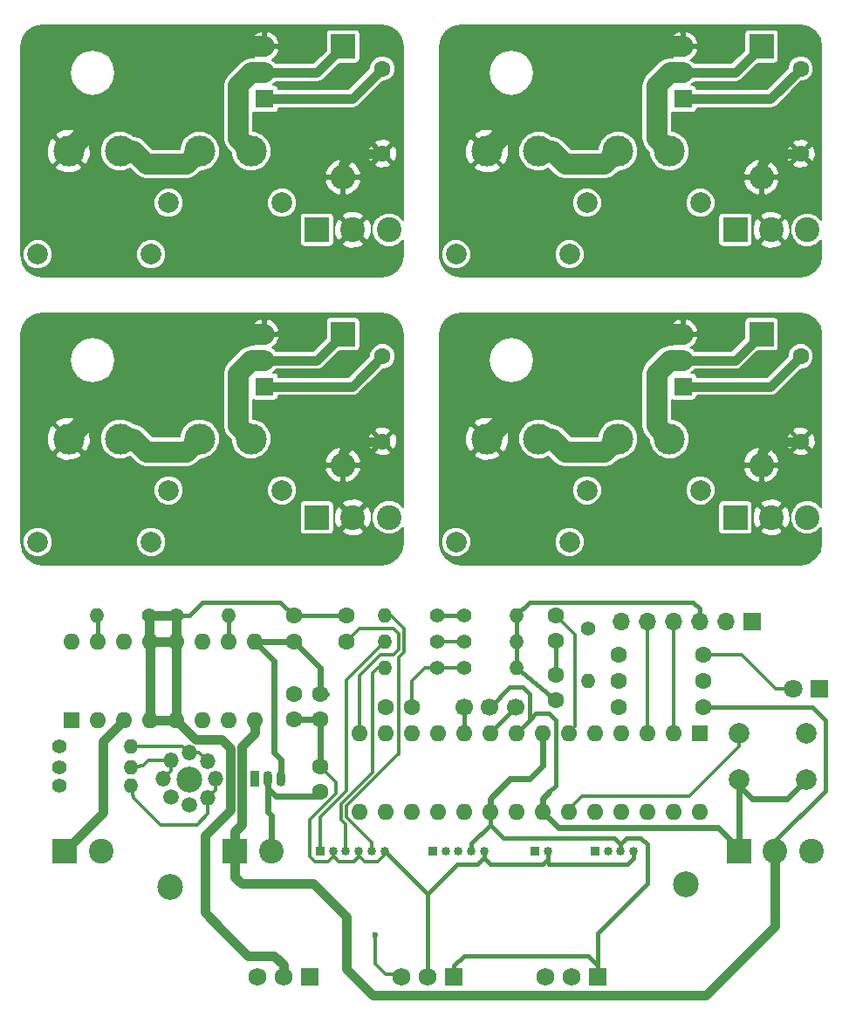
<source format=gtl>
%MOIN*%
%OFA0B0*%
%FSLAX46Y46*%
%IPPOS*%
%LPD*%
%ADD10C,0.0039370078740157488*%
%ADD11R,0.070866141732283464X0.070866141732283464*%
%ADD12O,0.070866141732283464X0.070866141732283464*%
%ADD13C,0.07874015748031496*%
%ADD14C,0.11811023622047245*%
%ADD15R,0.094488188976377951X0.094488188976377951*%
%ADD16O,0.094488188976377951X0.094488188976377951*%
%ADD17C,0.094488188976377951*%
%ADD18C,0.062992125984251982*%
%ADD19C,0.08*%
%ADD20C,0.036000000000000004*%
%ADD21C,0.0078740157480314977*%
%ADD32C,0.0039370078740157488*%
%ADD33C,0.062992125984251982*%
%ADD34R,0.094488188976377951X0.094488188976377951*%
%ADD35C,0.094488188976377951*%
%ADD36C,0.055118110236220472*%
%ADD37O,0.055118110236220472X0.055118110236220472*%
%ADD38R,0.062992125984251982X0.062992125984251982*%
%ADD39O,0.062992125984251982X0.062992125984251982*%
%ADD40C,0.066929133858267723*%
%ADD41R,0.070866141732283464X0.070866141732283464*%
%ADD42C,0.070866141732283464*%
%ADD43R,0.066929133858267723X0.066929133858267723*%
%ADD44O,0.066929133858267723X0.066929133858267723*%
%ADD45R,0.033464566929133861X0.033464566929133861*%
%ADD46C,0.033464566929133861*%
%ADD47C,0.0984251968503937*%
%ADD48O,0.035433070866141732X0.059055118110236227*%
%ADD49R,0.035433070866141732X0.059055118110236227*%
%ADD50C,0.059055118110236227*%
%ADD51O,0.059055118110236227X0.059055118110236227*%
%ADD52C,0.068897637795275593*%
%ADD53R,0.068897637795275593X0.068897637795275593*%
%ADD54C,0.07874015748031496*%
%ADD55C,0.023622047244094488*%
%ADD56C,0.024000000000000004*%
%ADD57C,0.016*%
%ADD58C,0.012000000000000002*%
%ADD59C,0.036000000000000004*%
%ADD60C,0.0039370078740157488*%
%ADD61R,0.070866141732283464X0.070866141732283464*%
%ADD62O,0.070866141732283464X0.070866141732283464*%
%ADD63C,0.07874015748031496*%
%ADD64C,0.11811023622047245*%
%ADD65R,0.094488188976377951X0.094488188976377951*%
%ADD66O,0.094488188976377951X0.094488188976377951*%
%ADD67C,0.094488188976377951*%
%ADD68C,0.062992125984251982*%
%ADD69C,0.08*%
%ADD70C,0.036000000000000004*%
%ADD71C,0.0078740157480314977*%
%ADD72C,0.0039370078740157488*%
%ADD73R,0.070866141732283464X0.070866141732283464*%
%ADD74O,0.070866141732283464X0.070866141732283464*%
%ADD75C,0.07874015748031496*%
%ADD76C,0.11811023622047245*%
%ADD77R,0.094488188976377951X0.094488188976377951*%
%ADD78O,0.094488188976377951X0.094488188976377951*%
%ADD79C,0.094488188976377951*%
%ADD80C,0.062992125984251982*%
%ADD81C,0.08*%
%ADD82C,0.036000000000000004*%
%ADD83C,0.0078740157480314977*%
%ADD84C,0.0039370078740157488*%
%ADD85R,0.070866141732283464X0.070866141732283464*%
%ADD86O,0.070866141732283464X0.070866141732283464*%
%ADD87C,0.07874015748031496*%
%ADD88C,0.11811023622047245*%
%ADD89R,0.094488188976377951X0.094488188976377951*%
%ADD90O,0.094488188976377951X0.094488188976377951*%
%ADD91C,0.094488188976377951*%
%ADD92C,0.062992125984251982*%
%ADD93C,0.08*%
%ADD94C,0.036000000000000004*%
%ADD95C,0.0078740157480314977*%
G01*
D10*
D11*
X-0001370000Y0005248228D02*
X0000949999Y0002373228D03*
D12*
X0000949999Y0002473228D03*
X0000949999Y0002573228D03*
D13*
X0001016535Y0001976377D03*
D14*
X0000898425Y0002173228D03*
X0000701574Y0002173228D03*
D13*
X0000583464Y0001976377D03*
D15*
X0001249999Y0002573228D03*
D16*
X0001249999Y0002073228D03*
D15*
X0001149999Y0001873228D03*
D17*
X0001287795Y0001873228D03*
X0001425590Y0001873228D03*
D18*
X0001399999Y0002163385D03*
X0001399999Y0002488188D03*
D13*
X0000516535Y0001779527D03*
D14*
X0000398425Y0002173228D03*
X0000201574Y0002173228D03*
D13*
X0000083464Y0001779527D03*
D19*
X0000201574Y0002173228D02*
X0000201574Y0002174802D01*
X0000201574Y0002174802D02*
X0000349999Y0002323228D01*
X0000799999Y0002573228D02*
X0000949999Y0002573228D01*
X0000549999Y0002323228D02*
X0000799999Y0002573228D01*
X0000349999Y0002323228D02*
X0000549999Y0002323228D01*
D20*
X0001249999Y0002073228D02*
X0001249999Y0002123228D01*
X0001290157Y0002163385D02*
X0001399999Y0002163385D01*
X0001249999Y0002123228D02*
X0001290157Y0002163385D01*
X0000949999Y0002373228D02*
X0001285039Y0002373228D01*
X0001285039Y0002373228D02*
X0001399999Y0002488188D01*
D19*
X0000949999Y0002473228D02*
X0000899999Y0002473228D01*
X0000899999Y0002473228D02*
X0000849999Y0002423228D01*
X0000849999Y0002423228D02*
X0000849999Y0002221653D01*
X0000849999Y0002221653D02*
X0000898425Y0002173228D01*
D20*
X0000949999Y0002473228D02*
X0001149999Y0002473228D01*
X0001149999Y0002473228D02*
X0001249999Y0002573228D01*
D19*
X0000398425Y0002173228D02*
X0000449999Y0002173228D01*
X0000449999Y0002173228D02*
X0000499999Y0002123228D01*
X0000651574Y0002123228D02*
X0000701574Y0002173228D01*
X0000499999Y0002123228D02*
X0000651574Y0002123228D01*
D21*
G36*
X0001430203Y0002646145D02*
X0001455808Y0002629036D01*
X0001472917Y0002603431D01*
X0001479330Y0002571192D01*
X0001479330Y0001911342D01*
X0001462435Y0001928266D01*
X0001438568Y0001938177D01*
X0001412725Y0001938199D01*
X0001388841Y0001928331D01*
X0001370551Y0001910073D01*
X0001360641Y0001886206D01*
X0001360618Y0001860363D01*
X0001370487Y0001836478D01*
X0001388745Y0001818189D01*
X0001412612Y0001808278D01*
X0001438455Y0001808256D01*
X0001462339Y0001818125D01*
X0001479330Y0001835086D01*
X0001479330Y0001775263D01*
X0001472917Y0001743024D01*
X0001455808Y0001717419D01*
X0001430203Y0001700310D01*
X0001397964Y0001693897D01*
X0000102035Y0001693897D01*
X0000069796Y0001700310D01*
X0000044191Y0001717419D01*
X0000027082Y0001743024D01*
X0000022070Y0001768221D01*
X0000026368Y0001768221D01*
X0000035040Y0001747232D01*
X0000051085Y0001731159D01*
X0000072059Y0001722450D01*
X0000094769Y0001722430D01*
X0000115759Y0001731103D01*
X0000131831Y0001747148D01*
X0000140541Y0001768122D01*
X0000140541Y0001768221D01*
X0000459438Y0001768221D01*
X0000468111Y0001747232D01*
X0000484156Y0001731159D01*
X0000505130Y0001722450D01*
X0000527840Y0001722430D01*
X0000548830Y0001731103D01*
X0000564902Y0001747148D01*
X0000573612Y0001768122D01*
X0000573631Y0001790832D01*
X0000564959Y0001811821D01*
X0000548914Y0001827894D01*
X0000527940Y0001836603D01*
X0000505229Y0001836623D01*
X0000484240Y0001827951D01*
X0000468167Y0001811906D01*
X0000459458Y0001790932D01*
X0000459438Y0001768221D01*
X0000140541Y0001768221D01*
X0000140561Y0001790832D01*
X0000131888Y0001811821D01*
X0000115843Y0001827894D01*
X0000094869Y0001836603D01*
X0000072159Y0001836623D01*
X0000051169Y0001827951D01*
X0000035097Y0001811906D01*
X0000026387Y0001790932D01*
X0000026368Y0001768221D01*
X0000022070Y0001768221D01*
X0000020669Y0001775263D01*
X0000020669Y0001965072D01*
X0000526368Y0001965072D01*
X0000535040Y0001944082D01*
X0000551085Y0001928010D01*
X0000572059Y0001919300D01*
X0000594769Y0001919281D01*
X0000615759Y0001927953D01*
X0000631831Y0001943998D01*
X0000640541Y0001964972D01*
X0000640541Y0001965072D01*
X0000959438Y0001965072D01*
X0000968111Y0001944082D01*
X0000984156Y0001928010D01*
X0001005130Y0001919300D01*
X0001027840Y0001919281D01*
X0001030723Y0001920472D01*
X0001084692Y0001920472D01*
X0001084692Y0001825983D01*
X0001085927Y0001819418D01*
X0001089807Y0001813388D01*
X0001095728Y0001809343D01*
X0001102755Y0001807920D01*
X0001197244Y0001807920D01*
X0001203809Y0001809155D01*
X0001209839Y0001813035D01*
X0001213884Y0001818956D01*
X0001214510Y0001822049D01*
X0001245190Y0001822049D01*
X0001250190Y0001811154D01*
X0001276807Y0001801488D01*
X0001305097Y0001802744D01*
X0001325399Y0001811154D01*
X0001330399Y0001822049D01*
X0001287795Y0001864653D01*
X0001245190Y0001822049D01*
X0001214510Y0001822049D01*
X0001215307Y0001825983D01*
X0001215307Y0001884215D01*
X0001216056Y0001884215D01*
X0001217312Y0001855926D01*
X0001225721Y0001835623D01*
X0001236616Y0001830623D01*
X0001279220Y0001873228D01*
X0001296369Y0001873228D01*
X0001338974Y0001830623D01*
X0001349868Y0001835623D01*
X0001359534Y0001862240D01*
X0001358278Y0001890530D01*
X0001349868Y0001910832D01*
X0001338974Y0001915832D01*
X0001296369Y0001873228D01*
X0001279220Y0001873228D01*
X0001236616Y0001915832D01*
X0001225721Y0001910832D01*
X0001216056Y0001884215D01*
X0001215307Y0001884215D01*
X0001215307Y0001920472D01*
X0001214567Y0001924406D01*
X0001245190Y0001924406D01*
X0001287795Y0001881802D01*
X0001330399Y0001924406D01*
X0001325399Y0001935301D01*
X0001298782Y0001944967D01*
X0001270493Y0001943711D01*
X0001250190Y0001935301D01*
X0001245190Y0001924406D01*
X0001214567Y0001924406D01*
X0001214072Y0001927037D01*
X0001210192Y0001933067D01*
X0001204271Y0001937112D01*
X0001197244Y0001938535D01*
X0001102755Y0001938535D01*
X0001096190Y0001937300D01*
X0001090160Y0001933420D01*
X0001086115Y0001927499D01*
X0001084692Y0001920472D01*
X0001030723Y0001920472D01*
X0001048830Y0001927953D01*
X0001064902Y0001943998D01*
X0001073612Y0001964972D01*
X0001073631Y0001987683D01*
X0001064959Y0002008672D01*
X0001048914Y0002024745D01*
X0001027940Y0002033454D01*
X0001005230Y0002033474D01*
X0000984240Y0002024801D01*
X0000968167Y0002008756D01*
X0000959458Y0001987782D01*
X0000959438Y0001965072D01*
X0000640541Y0001965072D01*
X0000640561Y0001987683D01*
X0000631888Y0002008672D01*
X0000615843Y0002024745D01*
X0000594869Y0002033454D01*
X0000572159Y0002033474D01*
X0000551169Y0002024801D01*
X0000535097Y0002008756D01*
X0000526387Y0001987782D01*
X0000526368Y0001965072D01*
X0000020669Y0001965072D01*
X0000020669Y0002056144D01*
X0001180898Y0002056144D01*
X0001192696Y0002031001D01*
X0001213217Y0002012286D01*
X0001232916Y0002004127D01*
X0001243936Y0002008313D01*
X0001243936Y0002067165D01*
X0001256062Y0002067165D01*
X0001256062Y0002008313D01*
X0001267083Y0002004127D01*
X0001286782Y0002012286D01*
X0001307303Y0002031001D01*
X0001319101Y0002056144D01*
X0001314938Y0002067165D01*
X0001256062Y0002067165D01*
X0001243936Y0002067165D01*
X0001185061Y0002067165D01*
X0001180898Y0002056144D01*
X0000020669Y0002056144D01*
X0000020669Y0002113503D01*
X0000150425Y0002113503D01*
X0000156870Y0002101382D01*
X0000187767Y0002089744D01*
X0000220766Y0002090815D01*
X0000246279Y0002101382D01*
X0000252724Y0002113503D01*
X0000201574Y0002164653D01*
X0000150425Y0002113503D01*
X0000020669Y0002113503D01*
X0000020669Y0002187035D01*
X0000118090Y0002187035D01*
X0000119161Y0002154036D01*
X0000129729Y0002128523D01*
X0000141850Y0002122078D01*
X0000193000Y0002173228D01*
X0000210149Y0002173228D01*
X0000261298Y0002122078D01*
X0000273420Y0002128523D01*
X0000284532Y0002158024D01*
X0000321640Y0002158024D01*
X0000333303Y0002129797D01*
X0000354880Y0002108182D01*
X0000383087Y0002096469D01*
X0000413628Y0002096443D01*
X0000435941Y0002105662D01*
X0000459188Y0002082416D01*
X0000459188Y0002082416D01*
X0000477912Y0002069904D01*
X0000499999Y0002065511D01*
X0000651574Y0002065511D01*
X0000651574Y0002065511D01*
X0000673661Y0002069904D01*
X0000692386Y0002082416D01*
X0000700281Y0002090311D01*
X0001180898Y0002090311D01*
X0001185061Y0002079291D01*
X0001243936Y0002079291D01*
X0001243936Y0002138142D01*
X0001256062Y0002138142D01*
X0001256062Y0002079291D01*
X0001314938Y0002079291D01*
X0001319101Y0002090311D01*
X0001307303Y0002115454D01*
X0001298346Y0002123622D01*
X0001368811Y0002123622D01*
X0001371875Y0002114360D01*
X0001392777Y0002107329D01*
X0001414778Y0002108832D01*
X0001428124Y0002114360D01*
X0001431188Y0002123622D01*
X0001399999Y0002154811D01*
X0001368811Y0002123622D01*
X0001298346Y0002123622D01*
X0001286782Y0002134169D01*
X0001267083Y0002142328D01*
X0001256062Y0002138142D01*
X0001243936Y0002138142D01*
X0001232916Y0002142328D01*
X0001213217Y0002134169D01*
X0001192696Y0002115454D01*
X0001180898Y0002090311D01*
X0000700281Y0002090311D01*
X0000706422Y0002096452D01*
X0000716778Y0002096443D01*
X0000745005Y0002108106D01*
X0000766620Y0002129683D01*
X0000778333Y0002157890D01*
X0000778359Y0002188431D01*
X0000766696Y0002216658D01*
X0000745119Y0002238273D01*
X0000716912Y0002249986D01*
X0000686370Y0002250012D01*
X0000658143Y0002238349D01*
X0000636528Y0002216772D01*
X0000624816Y0002188565D01*
X0000624809Y0002180944D01*
X0000523906Y0002180944D01*
X0000490811Y0002214039D01*
X0000472087Y0002226551D01*
X0000449999Y0002230944D01*
X0000449999Y0002230944D01*
X0000449286Y0002230944D01*
X0000441969Y0002238273D01*
X0000413762Y0002249986D01*
X0000383221Y0002250012D01*
X0000354994Y0002238349D01*
X0000333379Y0002216772D01*
X0000321666Y0002188565D01*
X0000321640Y0002158024D01*
X0000284532Y0002158024D01*
X0000285058Y0002159420D01*
X0000283987Y0002192419D01*
X0000273420Y0002217932D01*
X0000261298Y0002224377D01*
X0000210149Y0002173228D01*
X0000193000Y0002173228D01*
X0000141850Y0002224377D01*
X0000129729Y0002217932D01*
X0000118090Y0002187035D01*
X0000020669Y0002187035D01*
X0000020669Y0002232952D01*
X0000150425Y0002232952D01*
X0000201574Y0002181802D01*
X0000252724Y0002232952D01*
X0000246279Y0002245073D01*
X0000215382Y0002256711D01*
X0000182383Y0002255640D01*
X0000156870Y0002245073D01*
X0000150425Y0002232952D01*
X0000020669Y0002232952D01*
X0000020669Y0002474924D01*
X0000207480Y0002474924D01*
X0000207480Y0002471531D01*
X0000214073Y0002438385D01*
X0000232848Y0002410285D01*
X0000260948Y0002391510D01*
X0000294094Y0002384916D01*
X0000327240Y0002391510D01*
X0000355339Y0002410285D01*
X0000363987Y0002423228D01*
X0000792283Y0002423228D01*
X0000792283Y0002423227D01*
X0000792283Y0002221653D01*
X0000792283Y0002221653D01*
X0000796676Y0002199566D01*
X0000809188Y0002180841D01*
X0000821649Y0002168380D01*
X0000821640Y0002158024D01*
X0000833303Y0002129797D01*
X0000854880Y0002108182D01*
X0000883087Y0002096469D01*
X0000913628Y0002096443D01*
X0000941855Y0002108106D01*
X0000963471Y0002129683D01*
X0000975183Y0002157890D01*
X0000975194Y0002170608D01*
X0001343944Y0002170608D01*
X0001345447Y0002148606D01*
X0001350975Y0002135261D01*
X0001360237Y0002132197D01*
X0001391425Y0002163385D01*
X0001408574Y0002163385D01*
X0001439762Y0002132197D01*
X0001449024Y0002135261D01*
X0001456055Y0002156162D01*
X0001454552Y0002178164D01*
X0001449024Y0002191509D01*
X0001439762Y0002194573D01*
X0001408574Y0002163385D01*
X0001391425Y0002163385D01*
X0001360237Y0002194573D01*
X0001350975Y0002191509D01*
X0001343944Y0002170608D01*
X0000975194Y0002170608D01*
X0000975210Y0002188431D01*
X0000969129Y0002203148D01*
X0001368811Y0002203148D01*
X0001399999Y0002171959D01*
X0001431188Y0002203148D01*
X0001428124Y0002212410D01*
X0001407222Y0002219441D01*
X0001385221Y0002217938D01*
X0001371875Y0002212410D01*
X0001368811Y0002203148D01*
X0000969129Y0002203148D01*
X0000963546Y0002216658D01*
X0000941969Y0002238273D01*
X0000913762Y0002249986D01*
X0000907716Y0002249991D01*
X0000907716Y0002321118D01*
X0000914566Y0002319731D01*
X0000985433Y0002319731D01*
X0000991998Y0002320966D01*
X0000998028Y0002324846D01*
X0001002073Y0002330767D01*
X0001003439Y0002337511D01*
X0001285039Y0002337511D01*
X0001298707Y0002340230D01*
X0001310294Y0002347972D01*
X0001401297Y0002438974D01*
X0001409746Y0002438967D01*
X0001427840Y0002446443D01*
X0001441696Y0002460275D01*
X0001449204Y0002478356D01*
X0001449221Y0002497934D01*
X0001441744Y0002516028D01*
X0001427913Y0002529884D01*
X0001409831Y0002537392D01*
X0001390253Y0002537409D01*
X0001372159Y0002529933D01*
X0001358303Y0002516101D01*
X0001350795Y0002498020D01*
X0001350788Y0002489487D01*
X0001270245Y0002408944D01*
X0001003443Y0002408944D01*
X0001002261Y0002415226D01*
X0000998381Y0002421256D01*
X0000992460Y0002425301D01*
X0000985433Y0002426724D01*
X0000982293Y0002426724D01*
X0000990811Y0002432416D01*
X0000994216Y0002437511D01*
X0001149999Y0002437511D01*
X0001163668Y0002440230D01*
X0001175255Y0002447972D01*
X0001235203Y0002507920D01*
X0001297244Y0002507920D01*
X0001303809Y0002509155D01*
X0001309839Y0002513035D01*
X0001313884Y0002518956D01*
X0001315307Y0002525983D01*
X0001315307Y0002620472D01*
X0001314072Y0002627037D01*
X0001310192Y0002633067D01*
X0001304271Y0002637112D01*
X0001297244Y0002638535D01*
X0001202755Y0002638535D01*
X0001196190Y0002637300D01*
X0001190160Y0002633420D01*
X0001186115Y0002627499D01*
X0001184692Y0002620472D01*
X0001184692Y0002558431D01*
X0001135205Y0002508944D01*
X0000994216Y0002508944D01*
X0000990811Y0002514039D01*
X0000979354Y0002521695D01*
X0000979809Y0002521883D01*
X0000997189Y0002537199D01*
X0001007384Y0002558000D01*
X0001003075Y0002567165D01*
X0000956062Y0002567165D01*
X0000956062Y0002566377D01*
X0000943936Y0002566377D01*
X0000943936Y0002567165D01*
X0000896924Y0002567165D01*
X0000892615Y0002558000D01*
X0000902810Y0002537199D01*
X0000909908Y0002530944D01*
X0000899999Y0002530944D01*
X0000877912Y0002526551D01*
X0000859188Y0002514039D01*
X0000859188Y0002514039D01*
X0000809188Y0002464039D01*
X0000796676Y0002445315D01*
X0000792283Y0002423228D01*
X0000363987Y0002423228D01*
X0000374115Y0002438385D01*
X0000380708Y0002471531D01*
X0000380708Y0002474924D01*
X0000374115Y0002508070D01*
X0000355339Y0002536170D01*
X0000327240Y0002554945D01*
X0000294094Y0002561539D01*
X0000260948Y0002554945D01*
X0000232848Y0002536170D01*
X0000214073Y0002508070D01*
X0000207480Y0002474924D01*
X0000020669Y0002474924D01*
X0000020669Y0002571192D01*
X0000024103Y0002588455D01*
X0000892615Y0002588455D01*
X0000896924Y0002579291D01*
X0000943936Y0002579291D01*
X0000943936Y0002626268D01*
X0000956062Y0002626268D01*
X0000956062Y0002579291D01*
X0001003075Y0002579291D01*
X0001007384Y0002588455D01*
X0000997189Y0002609256D01*
X0000979809Y0002624572D01*
X0000965227Y0002630612D01*
X0000956062Y0002626268D01*
X0000943936Y0002626268D01*
X0000934772Y0002630612D01*
X0000920190Y0002624572D01*
X0000902810Y0002609256D01*
X0000892615Y0002588455D01*
X0000024103Y0002588455D01*
X0000027082Y0002603431D01*
X0000044191Y0002629037D01*
X0000069796Y0002646145D01*
X0000102035Y0002652558D01*
X0001397964Y0002652558D01*
X0001430203Y0002646145D01*
X0001430203Y0002646145D01*
G37*
X0001430203Y0002646145D02*
X0001455808Y0002629036D01*
X0001472917Y0002603431D01*
X0001479330Y0002571192D01*
X0001479330Y0001911342D01*
X0001462435Y0001928266D01*
X0001438568Y0001938177D01*
X0001412725Y0001938199D01*
X0001388841Y0001928331D01*
X0001370551Y0001910073D01*
X0001360641Y0001886206D01*
X0001360618Y0001860363D01*
X0001370487Y0001836478D01*
X0001388745Y0001818189D01*
X0001412612Y0001808278D01*
X0001438455Y0001808256D01*
X0001462339Y0001818125D01*
X0001479330Y0001835086D01*
X0001479330Y0001775263D01*
X0001472917Y0001743024D01*
X0001455808Y0001717419D01*
X0001430203Y0001700310D01*
X0001397964Y0001693897D01*
X0000102035Y0001693897D01*
X0000069796Y0001700310D01*
X0000044191Y0001717419D01*
X0000027082Y0001743024D01*
X0000022070Y0001768221D01*
X0000026368Y0001768221D01*
X0000035040Y0001747232D01*
X0000051085Y0001731159D01*
X0000072059Y0001722450D01*
X0000094769Y0001722430D01*
X0000115759Y0001731103D01*
X0000131831Y0001747148D01*
X0000140541Y0001768122D01*
X0000140541Y0001768221D01*
X0000459438Y0001768221D01*
X0000468111Y0001747232D01*
X0000484156Y0001731159D01*
X0000505130Y0001722450D01*
X0000527840Y0001722430D01*
X0000548830Y0001731103D01*
X0000564902Y0001747148D01*
X0000573612Y0001768122D01*
X0000573631Y0001790832D01*
X0000564959Y0001811821D01*
X0000548914Y0001827894D01*
X0000527940Y0001836603D01*
X0000505229Y0001836623D01*
X0000484240Y0001827951D01*
X0000468167Y0001811906D01*
X0000459458Y0001790932D01*
X0000459438Y0001768221D01*
X0000140541Y0001768221D01*
X0000140561Y0001790832D01*
X0000131888Y0001811821D01*
X0000115843Y0001827894D01*
X0000094869Y0001836603D01*
X0000072159Y0001836623D01*
X0000051169Y0001827951D01*
X0000035097Y0001811906D01*
X0000026387Y0001790932D01*
X0000026368Y0001768221D01*
X0000022070Y0001768221D01*
X0000020669Y0001775263D01*
X0000020669Y0001965072D01*
X0000526368Y0001965072D01*
X0000535040Y0001944082D01*
X0000551085Y0001928010D01*
X0000572059Y0001919300D01*
X0000594769Y0001919281D01*
X0000615759Y0001927953D01*
X0000631831Y0001943998D01*
X0000640541Y0001964972D01*
X0000640541Y0001965072D01*
X0000959438Y0001965072D01*
X0000968111Y0001944082D01*
X0000984156Y0001928010D01*
X0001005130Y0001919300D01*
X0001027840Y0001919281D01*
X0001030723Y0001920472D01*
X0001084692Y0001920472D01*
X0001084692Y0001825983D01*
X0001085927Y0001819418D01*
X0001089807Y0001813388D01*
X0001095728Y0001809343D01*
X0001102755Y0001807920D01*
X0001197244Y0001807920D01*
X0001203809Y0001809155D01*
X0001209839Y0001813035D01*
X0001213884Y0001818956D01*
X0001214510Y0001822049D01*
X0001245190Y0001822049D01*
X0001250190Y0001811154D01*
X0001276807Y0001801488D01*
X0001305097Y0001802744D01*
X0001325399Y0001811154D01*
X0001330399Y0001822049D01*
X0001287795Y0001864653D01*
X0001245190Y0001822049D01*
X0001214510Y0001822049D01*
X0001215307Y0001825983D01*
X0001215307Y0001884215D01*
X0001216056Y0001884215D01*
X0001217312Y0001855926D01*
X0001225721Y0001835623D01*
X0001236616Y0001830623D01*
X0001279220Y0001873228D01*
X0001296369Y0001873228D01*
X0001338974Y0001830623D01*
X0001349868Y0001835623D01*
X0001359534Y0001862240D01*
X0001358278Y0001890530D01*
X0001349868Y0001910832D01*
X0001338974Y0001915832D01*
X0001296369Y0001873228D01*
X0001279220Y0001873228D01*
X0001236616Y0001915832D01*
X0001225721Y0001910832D01*
X0001216056Y0001884215D01*
X0001215307Y0001884215D01*
X0001215307Y0001920472D01*
X0001214567Y0001924406D01*
X0001245190Y0001924406D01*
X0001287795Y0001881802D01*
X0001330399Y0001924406D01*
X0001325399Y0001935301D01*
X0001298782Y0001944967D01*
X0001270493Y0001943711D01*
X0001250190Y0001935301D01*
X0001245190Y0001924406D01*
X0001214567Y0001924406D01*
X0001214072Y0001927037D01*
X0001210192Y0001933067D01*
X0001204271Y0001937112D01*
X0001197244Y0001938535D01*
X0001102755Y0001938535D01*
X0001096190Y0001937300D01*
X0001090160Y0001933420D01*
X0001086115Y0001927499D01*
X0001084692Y0001920472D01*
X0001030723Y0001920472D01*
X0001048830Y0001927953D01*
X0001064902Y0001943998D01*
X0001073612Y0001964972D01*
X0001073631Y0001987683D01*
X0001064959Y0002008672D01*
X0001048914Y0002024745D01*
X0001027940Y0002033454D01*
X0001005230Y0002033474D01*
X0000984240Y0002024801D01*
X0000968167Y0002008756D01*
X0000959458Y0001987782D01*
X0000959438Y0001965072D01*
X0000640541Y0001965072D01*
X0000640561Y0001987683D01*
X0000631888Y0002008672D01*
X0000615843Y0002024745D01*
X0000594869Y0002033454D01*
X0000572159Y0002033474D01*
X0000551169Y0002024801D01*
X0000535097Y0002008756D01*
X0000526387Y0001987782D01*
X0000526368Y0001965072D01*
X0000020669Y0001965072D01*
X0000020669Y0002056144D01*
X0001180898Y0002056144D01*
X0001192696Y0002031001D01*
X0001213217Y0002012286D01*
X0001232916Y0002004127D01*
X0001243936Y0002008313D01*
X0001243936Y0002067165D01*
X0001256062Y0002067165D01*
X0001256062Y0002008313D01*
X0001267083Y0002004127D01*
X0001286782Y0002012286D01*
X0001307303Y0002031001D01*
X0001319101Y0002056144D01*
X0001314938Y0002067165D01*
X0001256062Y0002067165D01*
X0001243936Y0002067165D01*
X0001185061Y0002067165D01*
X0001180898Y0002056144D01*
X0000020669Y0002056144D01*
X0000020669Y0002113503D01*
X0000150425Y0002113503D01*
X0000156870Y0002101382D01*
X0000187767Y0002089744D01*
X0000220766Y0002090815D01*
X0000246279Y0002101382D01*
X0000252724Y0002113503D01*
X0000201574Y0002164653D01*
X0000150425Y0002113503D01*
X0000020669Y0002113503D01*
X0000020669Y0002187035D01*
X0000118090Y0002187035D01*
X0000119161Y0002154036D01*
X0000129729Y0002128523D01*
X0000141850Y0002122078D01*
X0000193000Y0002173228D01*
X0000210149Y0002173228D01*
X0000261298Y0002122078D01*
X0000273420Y0002128523D01*
X0000284532Y0002158024D01*
X0000321640Y0002158024D01*
X0000333303Y0002129797D01*
X0000354880Y0002108182D01*
X0000383087Y0002096469D01*
X0000413628Y0002096443D01*
X0000435941Y0002105662D01*
X0000459188Y0002082416D01*
X0000459188Y0002082416D01*
X0000477912Y0002069904D01*
X0000499999Y0002065511D01*
X0000651574Y0002065511D01*
X0000651574Y0002065511D01*
X0000673661Y0002069904D01*
X0000692386Y0002082416D01*
X0000700281Y0002090311D01*
X0001180898Y0002090311D01*
X0001185061Y0002079291D01*
X0001243936Y0002079291D01*
X0001243936Y0002138142D01*
X0001256062Y0002138142D01*
X0001256062Y0002079291D01*
X0001314938Y0002079291D01*
X0001319101Y0002090311D01*
X0001307303Y0002115454D01*
X0001298346Y0002123622D01*
X0001368811Y0002123622D01*
X0001371875Y0002114360D01*
X0001392777Y0002107329D01*
X0001414778Y0002108832D01*
X0001428124Y0002114360D01*
X0001431188Y0002123622D01*
X0001399999Y0002154811D01*
X0001368811Y0002123622D01*
X0001298346Y0002123622D01*
X0001286782Y0002134169D01*
X0001267083Y0002142328D01*
X0001256062Y0002138142D01*
X0001243936Y0002138142D01*
X0001232916Y0002142328D01*
X0001213217Y0002134169D01*
X0001192696Y0002115454D01*
X0001180898Y0002090311D01*
X0000700281Y0002090311D01*
X0000706422Y0002096452D01*
X0000716778Y0002096443D01*
X0000745005Y0002108106D01*
X0000766620Y0002129683D01*
X0000778333Y0002157890D01*
X0000778359Y0002188431D01*
X0000766696Y0002216658D01*
X0000745119Y0002238273D01*
X0000716912Y0002249986D01*
X0000686370Y0002250012D01*
X0000658143Y0002238349D01*
X0000636528Y0002216772D01*
X0000624816Y0002188565D01*
X0000624809Y0002180944D01*
X0000523906Y0002180944D01*
X0000490811Y0002214039D01*
X0000472087Y0002226551D01*
X0000449999Y0002230944D01*
X0000449999Y0002230944D01*
X0000449286Y0002230944D01*
X0000441969Y0002238273D01*
X0000413762Y0002249986D01*
X0000383221Y0002250012D01*
X0000354994Y0002238349D01*
X0000333379Y0002216772D01*
X0000321666Y0002188565D01*
X0000321640Y0002158024D01*
X0000284532Y0002158024D01*
X0000285058Y0002159420D01*
X0000283987Y0002192419D01*
X0000273420Y0002217932D01*
X0000261298Y0002224377D01*
X0000210149Y0002173228D01*
X0000193000Y0002173228D01*
X0000141850Y0002224377D01*
X0000129729Y0002217932D01*
X0000118090Y0002187035D01*
X0000020669Y0002187035D01*
X0000020669Y0002232952D01*
X0000150425Y0002232952D01*
X0000201574Y0002181802D01*
X0000252724Y0002232952D01*
X0000246279Y0002245073D01*
X0000215382Y0002256711D01*
X0000182383Y0002255640D01*
X0000156870Y0002245073D01*
X0000150425Y0002232952D01*
X0000020669Y0002232952D01*
X0000020669Y0002474924D01*
X0000207480Y0002474924D01*
X0000207480Y0002471531D01*
X0000214073Y0002438385D01*
X0000232848Y0002410285D01*
X0000260948Y0002391510D01*
X0000294094Y0002384916D01*
X0000327240Y0002391510D01*
X0000355339Y0002410285D01*
X0000363987Y0002423228D01*
X0000792283Y0002423228D01*
X0000792283Y0002423227D01*
X0000792283Y0002221653D01*
X0000792283Y0002221653D01*
X0000796676Y0002199566D01*
X0000809188Y0002180841D01*
X0000821649Y0002168380D01*
X0000821640Y0002158024D01*
X0000833303Y0002129797D01*
X0000854880Y0002108182D01*
X0000883087Y0002096469D01*
X0000913628Y0002096443D01*
X0000941855Y0002108106D01*
X0000963471Y0002129683D01*
X0000975183Y0002157890D01*
X0000975194Y0002170608D01*
X0001343944Y0002170608D01*
X0001345447Y0002148606D01*
X0001350975Y0002135261D01*
X0001360237Y0002132197D01*
X0001391425Y0002163385D01*
X0001408574Y0002163385D01*
X0001439762Y0002132197D01*
X0001449024Y0002135261D01*
X0001456055Y0002156162D01*
X0001454552Y0002178164D01*
X0001449024Y0002191509D01*
X0001439762Y0002194573D01*
X0001408574Y0002163385D01*
X0001391425Y0002163385D01*
X0001360237Y0002194573D01*
X0001350975Y0002191509D01*
X0001343944Y0002170608D01*
X0000975194Y0002170608D01*
X0000975210Y0002188431D01*
X0000969129Y0002203148D01*
X0001368811Y0002203148D01*
X0001399999Y0002171959D01*
X0001431188Y0002203148D01*
X0001428124Y0002212410D01*
X0001407222Y0002219441D01*
X0001385221Y0002217938D01*
X0001371875Y0002212410D01*
X0001368811Y0002203148D01*
X0000969129Y0002203148D01*
X0000963546Y0002216658D01*
X0000941969Y0002238273D01*
X0000913762Y0002249986D01*
X0000907716Y0002249991D01*
X0000907716Y0002321118D01*
X0000914566Y0002319731D01*
X0000985433Y0002319731D01*
X0000991998Y0002320966D01*
X0000998028Y0002324846D01*
X0001002073Y0002330767D01*
X0001003439Y0002337511D01*
X0001285039Y0002337511D01*
X0001298707Y0002340230D01*
X0001310294Y0002347972D01*
X0001401297Y0002438974D01*
X0001409746Y0002438967D01*
X0001427840Y0002446443D01*
X0001441696Y0002460275D01*
X0001449204Y0002478356D01*
X0001449221Y0002497934D01*
X0001441744Y0002516028D01*
X0001427913Y0002529884D01*
X0001409831Y0002537392D01*
X0001390253Y0002537409D01*
X0001372159Y0002529933D01*
X0001358303Y0002516101D01*
X0001350795Y0002498020D01*
X0001350788Y0002489487D01*
X0001270245Y0002408944D01*
X0001003443Y0002408944D01*
X0001002261Y0002415226D01*
X0000998381Y0002421256D01*
X0000992460Y0002425301D01*
X0000985433Y0002426724D01*
X0000982293Y0002426724D01*
X0000990811Y0002432416D01*
X0000994216Y0002437511D01*
X0001149999Y0002437511D01*
X0001163668Y0002440230D01*
X0001175255Y0002447972D01*
X0001235203Y0002507920D01*
X0001297244Y0002507920D01*
X0001303809Y0002509155D01*
X0001309839Y0002513035D01*
X0001313884Y0002518956D01*
X0001315307Y0002525983D01*
X0001315307Y0002620472D01*
X0001314072Y0002627037D01*
X0001310192Y0002633067D01*
X0001304271Y0002637112D01*
X0001297244Y0002638535D01*
X0001202755Y0002638535D01*
X0001196190Y0002637300D01*
X0001190160Y0002633420D01*
X0001186115Y0002627499D01*
X0001184692Y0002620472D01*
X0001184692Y0002558431D01*
X0001135205Y0002508944D01*
X0000994216Y0002508944D01*
X0000990811Y0002514039D01*
X0000979354Y0002521695D01*
X0000979809Y0002521883D01*
X0000997189Y0002537199D01*
X0001007384Y0002558000D01*
X0001003075Y0002567165D01*
X0000956062Y0002567165D01*
X0000956062Y0002566377D01*
X0000943936Y0002566377D01*
X0000943936Y0002567165D01*
X0000896924Y0002567165D01*
X0000892615Y0002558000D01*
X0000902810Y0002537199D01*
X0000909908Y0002530944D01*
X0000899999Y0002530944D01*
X0000877912Y0002526551D01*
X0000859188Y0002514039D01*
X0000859188Y0002514039D01*
X0000809188Y0002464039D01*
X0000796676Y0002445315D01*
X0000792283Y0002423228D01*
X0000363987Y0002423228D01*
X0000374115Y0002438385D01*
X0000380708Y0002471531D01*
X0000380708Y0002474924D01*
X0000374115Y0002508070D01*
X0000355339Y0002536170D01*
X0000327240Y0002554945D01*
X0000294094Y0002561539D01*
X0000260948Y0002554945D01*
X0000232848Y0002536170D01*
X0000214073Y0002508070D01*
X0000207480Y0002474924D01*
X0000020669Y0002474924D01*
X0000020669Y0002571192D01*
X0000024103Y0002588455D01*
X0000892615Y0002588455D01*
X0000896924Y0002579291D01*
X0000943936Y0002579291D01*
X0000943936Y0002626268D01*
X0000956062Y0002626268D01*
X0000956062Y0002579291D01*
X0001003075Y0002579291D01*
X0001007384Y0002588455D01*
X0000997189Y0002609256D01*
X0000979809Y0002624572D01*
X0000965227Y0002630612D01*
X0000956062Y0002626268D01*
X0000943936Y0002626268D01*
X0000934772Y0002630612D01*
X0000920190Y0002624572D01*
X0000902810Y0002609256D01*
X0000892615Y0002588455D01*
X0000024103Y0002588455D01*
X0000027082Y0002603431D01*
X0000044191Y0002629037D01*
X0000069796Y0002646145D01*
X0000102035Y0002652558D01*
X0001397964Y0002652558D01*
X0001430203Y0002646145D01*
G04 next file*
G04 #@! TF.FileFunction,Copper,L1,Top,Signal*
G04 Gerber Fmt 4.6, Leading zero omitted, Abs format (unit mm)*
G04 Created by KiCad (PCBNEW 4.0.7) date 05/25/19 09:29:53*
G01*
G04 APERTURE LIST*
G04 APERTURE END LIST*
D32*
D33*
X-0005157401Y0004974999D02*
X0002302755Y0001149999D03*
X0002627558Y0001149999D03*
D34*
X0002762598Y0000599999D03*
D35*
X0002900393Y0000599999D03*
X0003038188Y0000599999D03*
D36*
X0002187598Y0001448425D03*
D37*
X0002187598Y0001248425D03*
D36*
X0001714173Y0001499999D03*
D37*
X0001914173Y0001499999D03*
D36*
X0000511023Y0001499999D03*
D37*
X0000311023Y0001499999D03*
D36*
X0000614173Y0001499999D03*
D37*
X0000814173Y0001499999D03*
D36*
X0001714173Y0001399999D03*
D37*
X0001914173Y0001399999D03*
D36*
X0001714173Y0001299999D03*
D37*
X0001914173Y0001299999D03*
D38*
X0002612598Y0001049999D03*
D39*
X0001312598Y0000749999D03*
X0002512598Y0001049999D03*
X0001412598Y0000749999D03*
X0002412598Y0001049999D03*
X0001512598Y0000749999D03*
X0002312598Y0001049999D03*
X0001612598Y0000749999D03*
X0002212598Y0001049999D03*
X0001712598Y0000749999D03*
X0002112598Y0001049999D03*
X0001812598Y0000749999D03*
X0002012598Y0001049999D03*
X0001912598Y0000749999D03*
X0001912598Y0001049999D03*
X0002012598Y0000749999D03*
X0001812598Y0001049999D03*
X0002112598Y0000749999D03*
X0001712598Y0001049999D03*
X0002212598Y0000749999D03*
X0001612598Y0001049999D03*
X0002312598Y0000749999D03*
X0001512598Y0001049999D03*
X0002412598Y0000749999D03*
X0001412598Y0001049999D03*
X0002512598Y0000749999D03*
X0001312598Y0001049999D03*
X0002612598Y0000749999D03*
D40*
X0001712598Y0001149999D03*
X0001811023Y0001149999D03*
X0001909448Y0001149999D03*
D36*
X0001611023Y0001499999D03*
D37*
X0001411023Y0001499999D03*
D36*
X0001611023Y0001299999D03*
D37*
X0001411023Y0001299999D03*
D36*
X0001611023Y0001399999D03*
D37*
X0001411023Y0001399999D03*
D33*
X0001162598Y0000824999D03*
X0001162598Y0000923425D03*
X0001062598Y0001199999D03*
X0001062598Y0001101574D03*
X0001062598Y0001399999D03*
X0001062598Y0001498425D03*
X0001162598Y0001199999D03*
X0001162598Y0001101574D03*
X0001262598Y0001399999D03*
X0001262598Y0001498425D03*
X0001512598Y0001149999D03*
X0001414173Y0001149999D03*
X0002062598Y0001499999D03*
X0002062598Y0001401574D03*
D41*
X0003070866Y0001220472D03*
D42*
X0002970866Y0001220472D03*
D43*
X0002812598Y0001474999D03*
D44*
X0002712598Y0001474999D03*
X0002612598Y0001474999D03*
X0002512598Y0001474999D03*
X0002412598Y0001474999D03*
X0002312598Y0001474999D03*
D45*
X0001982598Y0000599999D03*
D46*
X0002031810Y0000599999D03*
D47*
X0002559055Y0000472440D03*
X0000590551Y0000462440D03*
X0000662598Y0000872999D03*
D48*
X0000962598Y0000874999D03*
X0001012598Y0000874999D03*
D49*
X0000912598Y0000874999D03*
D38*
X0000212598Y0001099999D03*
D39*
X0000912598Y0001399999D03*
X0000312598Y0001099999D03*
X0000812598Y0001399999D03*
X0000412598Y0001099999D03*
X0000712598Y0001399999D03*
X0000512598Y0001099999D03*
X0000612598Y0001399999D03*
X0000612598Y0001099999D03*
X0000512598Y0001399999D03*
X0000712598Y0001099999D03*
X0000412598Y0001399999D03*
X0000812598Y0001099999D03*
X0000312598Y0001399999D03*
X0000912598Y0001099999D03*
X0000212598Y0001399999D03*
D45*
X0002212598Y0000599999D03*
D46*
X0002261810Y0000599999D03*
X0002311023Y0000599999D03*
X0002360236Y0000599999D03*
D50*
X0000662598Y0000774999D03*
X0000592098Y0000803999D03*
D51*
X0000562598Y0000874999D03*
X0000592598Y0000943999D03*
X0000662598Y0000974999D03*
X0000731598Y0000943499D03*
X0000762598Y0000874999D03*
X0000733598Y0000803499D03*
D33*
X0002062598Y0001174999D03*
X0002062598Y0001273425D03*
D52*
X0000922047Y0000118110D03*
X0001022047Y0000118110D03*
D53*
X0001122047Y0000118110D03*
D52*
X0002024409Y0000118110D03*
X0002124409Y0000118110D03*
D53*
X0002224409Y0000118110D03*
D52*
X0001473228Y0000118110D03*
X0001573228Y0000118110D03*
D53*
X0001673228Y0000118110D03*
D34*
X0000187598Y0000599999D03*
D35*
X0000325393Y0000599999D03*
D34*
X0000837598Y0000599999D03*
D35*
X0000975393Y0000599999D03*
D33*
X0002302755Y0001249999D03*
X0002627558Y0001249999D03*
D45*
X0001162598Y0000599999D03*
D46*
X0001211810Y0000599999D03*
X0001261023Y0000599999D03*
X0001310236Y0000599999D03*
X0001359448Y0000599999D03*
X0001408661Y0000599999D03*
D45*
X0001592598Y0000599999D03*
D46*
X0001641810Y0000599999D03*
X0001691023Y0000599999D03*
X0001740236Y0000599999D03*
X0001789448Y0000599999D03*
D33*
X0002302755Y0001349999D03*
X0002627558Y0001349999D03*
D36*
X0000164803Y0000849999D03*
D37*
X0000440393Y0000849999D03*
D36*
X0000164803Y0000999999D03*
D37*
X0000440393Y0000999999D03*
D36*
X0000164803Y0000919999D03*
D37*
X0000440393Y0000919999D03*
D54*
X0002762598Y0000872834D03*
X0002762598Y0001049999D03*
X0003018503Y0000872834D03*
X0003018503Y0001049999D03*
D55*
X0001372598Y0000279999D03*
D56*
X0002762598Y0000872834D02*
X0002762598Y0000849999D01*
X0002762598Y0000849999D02*
X0002812598Y0000799999D01*
X0002945669Y0000799999D02*
X0003018503Y0000872834D01*
X0002812598Y0000799999D02*
X0002945669Y0000799999D01*
X0002012598Y0000749999D02*
X0002072598Y0000689999D01*
X0002682598Y0000689999D02*
X0002762598Y0000609999D01*
X0002362598Y0000689999D02*
X0002682598Y0000689999D01*
X0002072598Y0000689999D02*
X0002362598Y0000689999D01*
X0002762598Y0000609999D02*
X0002762598Y0000599999D01*
X0002762598Y0000599999D02*
X0002762598Y0000872834D01*
D57*
X0002031810Y0000599999D02*
X0002031810Y0000555787D01*
X0002360236Y0000572637D02*
X0002360236Y0000599999D01*
X0002337598Y0000549999D02*
X0002360236Y0000572637D01*
X0002037598Y0000549999D02*
X0002337598Y0000549999D01*
X0002031810Y0000555787D02*
X0002037598Y0000549999D01*
X0001789448Y0000599999D02*
X0001789448Y0000573149D01*
X0002031810Y0000569212D02*
X0002031810Y0000599999D01*
X0002012598Y0000549999D02*
X0002031810Y0000569212D01*
X0001812598Y0000549999D02*
X0002012598Y0000549999D01*
X0001789448Y0000573149D02*
X0001812598Y0000549999D01*
X0001573228Y0000435432D02*
X0001573228Y0000435629D01*
X0001789448Y0000576850D02*
X0001789448Y0000599999D01*
X0001762598Y0000549999D02*
X0001789448Y0000576850D01*
X0001687598Y0000549999D02*
X0001762598Y0000549999D01*
X0001573228Y0000435629D02*
X0001687598Y0000549999D01*
X0001573228Y0000118110D02*
X0001573228Y0000435432D01*
X0001573228Y0000435432D02*
X0001408661Y0000599999D01*
D58*
X0001211810Y0000599999D02*
X0001211810Y0000579212D01*
X0001222598Y0000863425D02*
X0001162598Y0000923425D01*
X0001222598Y0000818106D02*
X0001222598Y0000863425D01*
X0001122598Y0000718106D02*
X0001222598Y0000818106D01*
X0001122598Y0000579999D02*
X0001122598Y0000718106D01*
X0001142598Y0000559999D02*
X0001122598Y0000579999D01*
X0001192598Y0000559999D02*
X0001142598Y0000559999D01*
X0001211810Y0000579212D02*
X0001192598Y0000559999D01*
X0001310236Y0000599999D02*
X0001310236Y0000577637D01*
X0001211810Y0000580787D02*
X0001211810Y0000599999D01*
X0001232598Y0000559999D02*
X0001211810Y0000580787D01*
X0001292598Y0000559999D02*
X0001232598Y0000559999D01*
X0001310236Y0000577637D02*
X0001292598Y0000559999D01*
X0001408661Y0000599999D02*
X0001408661Y0000586062D01*
X0001408661Y0000586062D02*
X0001382598Y0000559999D01*
X0001382598Y0000559999D02*
X0001332598Y0000559999D01*
X0001332598Y0000559999D02*
X0001310236Y0000582362D01*
X0001310236Y0000582362D02*
X0001310236Y0000599999D01*
D59*
X0000818724Y0000993873D02*
X0000818724Y0000756125D01*
X0001022047Y0000118110D02*
X0001022047Y0000165551D01*
X0001022047Y0000165551D02*
X0000987598Y0000199999D01*
X0000987598Y0000199999D02*
X0000887598Y0000199999D01*
X0000887598Y0000199999D02*
X0000787598Y0000299999D01*
X0000818724Y0000993873D02*
X0000787598Y0001024999D01*
X0000787598Y0001024999D02*
X0000687598Y0001024999D01*
X0000687598Y0001024999D02*
X0000612598Y0001099999D01*
X0000722598Y0000364999D02*
X0000787598Y0000299999D01*
X0000722598Y0000659999D02*
X0000722598Y0000364999D01*
X0000818724Y0000756125D02*
X0000722598Y0000659999D01*
D56*
X0002762598Y0000599999D02*
X0002762598Y0000749999D01*
D57*
X0001987598Y0001124999D02*
X0001962598Y0001099999D01*
X0002062598Y0000849999D02*
X0002062598Y0001099999D01*
X0002037598Y0000824999D02*
X0002062598Y0000849999D01*
X0002062598Y0001099999D02*
X0002037598Y0001124999D01*
X0002037598Y0001124999D02*
X0002012598Y0001124999D01*
X0002012598Y0001124999D02*
X0001987598Y0001124999D01*
X0002062598Y0001401574D02*
X0002062598Y0001273425D01*
X0001812598Y0001149999D02*
X0001887598Y0001224999D01*
X0001962598Y0001199999D02*
X0001962598Y0001099999D01*
X0001937598Y0001224999D02*
X0001962598Y0001199999D01*
X0001887598Y0001224999D02*
X0001937598Y0001224999D01*
X0001962598Y0001099999D02*
X0001912598Y0001049999D01*
D56*
X0002012598Y0000799999D02*
X0002012598Y0000749999D01*
X0002037598Y0000824999D02*
X0002012598Y0000799999D01*
D57*
X0001062598Y0001498425D02*
X0001262598Y0001498425D01*
X0000614173Y0001499999D02*
X0000662598Y0001499999D01*
X0001011023Y0001549999D02*
X0001062598Y0001498425D01*
X0000712598Y0001549999D02*
X0001011023Y0001549999D01*
X0000662598Y0001499999D02*
X0000712598Y0001549999D01*
D59*
X0000511023Y0001499999D02*
X0000614173Y0001499999D01*
X0000512598Y0001399999D02*
X0000612598Y0001399999D01*
X0000511023Y0001499999D02*
X0000511023Y0001401574D01*
X0000511023Y0001401574D02*
X0000512598Y0001399999D01*
X0000612598Y0001399999D02*
X0000612598Y0001498425D01*
X0000612598Y0001498425D02*
X0000614173Y0001499999D01*
X0000512598Y0001099999D02*
X0000512598Y0001399999D01*
X0000612598Y0001099999D02*
X0000612598Y0001399999D01*
X0000512598Y0001099999D02*
X0000612598Y0001099999D01*
D56*
X0001062598Y0001101574D02*
X0001162598Y0001101574D01*
X0001162598Y0000923425D02*
X0001162598Y0001101574D01*
X0001161023Y0000924999D02*
X0001162598Y0000923425D01*
D58*
X0002112598Y0000749999D02*
X0002112598Y0000759999D01*
X0002112598Y0000759999D02*
X0002162598Y0000809999D01*
X0002762598Y0000999999D02*
X0002762598Y0001049999D01*
X0002572598Y0000809999D02*
X0002762598Y0000999999D01*
X0002162598Y0000809999D02*
X0002572598Y0000809999D01*
X0001312598Y0001049999D02*
X0001312598Y0001269999D01*
X0001312598Y0001449999D02*
X0001262598Y0001399999D01*
X0001442598Y0001449999D02*
X0001312598Y0001449999D01*
X0001462598Y0001429999D02*
X0001442598Y0001449999D01*
X0001462598Y0001369999D02*
X0001462598Y0001429999D01*
X0001442598Y0001349999D02*
X0001462598Y0001369999D01*
X0001392598Y0001349999D02*
X0001442598Y0001349999D01*
X0001312598Y0001269999D02*
X0001392598Y0001349999D01*
X0001611023Y0001399999D02*
X0001714173Y0001399999D01*
X0001512598Y0001149999D02*
X0001512598Y0001249999D01*
X0001562598Y0001299999D02*
X0001611023Y0001299999D01*
X0001512598Y0001249999D02*
X0001562598Y0001299999D01*
X0001611023Y0001299999D02*
X0001714173Y0001299999D01*
D57*
X0000312598Y0001399999D02*
X0000312598Y0001498425D01*
X0000312598Y0001498425D02*
X0000311023Y0001499999D01*
X0000812598Y0001399999D02*
X0000812598Y0001498425D01*
X0000812598Y0001498425D02*
X0000814173Y0001499999D01*
D58*
X0002062598Y0001499999D02*
X0002137598Y0001424999D01*
X0002137598Y0001074999D02*
X0002112598Y0001049999D01*
X0002137598Y0001424999D02*
X0002137598Y0001074999D01*
D57*
X0001611023Y0001499999D02*
X0001714173Y0001499999D01*
X0002224409Y0000118110D02*
X0002224409Y0000286810D01*
X0002334448Y0000649999D02*
X0002311023Y0000626574D01*
X0002387598Y0000649999D02*
X0002334448Y0000649999D01*
X0002412598Y0000624999D02*
X0002387598Y0000649999D01*
X0002412598Y0000474999D02*
X0002412598Y0000624999D01*
X0002224409Y0000286810D02*
X0002412598Y0000474999D01*
X0001812598Y0000699999D02*
X0001862598Y0000649999D01*
X0001862598Y0000649999D02*
X0002287598Y0000649999D01*
X0002287598Y0000649999D02*
X0002311023Y0000626574D01*
X0002311023Y0000626574D02*
X0002311023Y0000599999D01*
X0001812598Y0000749999D02*
X0001812598Y0000699999D01*
X0001740236Y0000627637D02*
X0001740236Y0000599999D01*
X0001812598Y0000699999D02*
X0001740236Y0000627637D01*
X0001673228Y0000118110D02*
X0001673228Y0000160629D01*
X0002224409Y0000163188D02*
X0002224409Y0000118110D01*
X0002187598Y0000199999D02*
X0002224409Y0000163188D01*
X0001712598Y0000199999D02*
X0002187598Y0000199999D01*
X0001673228Y0000160629D02*
X0001712598Y0000199999D01*
X0001914173Y0001499999D02*
X0001914173Y0001501574D01*
X0001914173Y0001501574D02*
X0001962598Y0001549999D01*
X0002612598Y0001524999D02*
X0002612598Y0001474999D01*
X0002587598Y0001549999D02*
X0002612598Y0001524999D01*
X0001962598Y0001549999D02*
X0002587598Y0001549999D01*
X0002311023Y0000599999D02*
X0002311023Y0000598425D01*
X0001914173Y0001299999D02*
X0001914173Y0001298425D01*
X0001914173Y0001298425D02*
X0002062598Y0001174999D01*
X0001914173Y0001399999D02*
X0001914173Y0001299999D01*
X0001914173Y0001499999D02*
X0001914173Y0001399999D01*
D56*
X0001812598Y0000749999D02*
X0001812598Y0000799999D01*
X0001812598Y0000799999D02*
X0001887598Y0000874999D01*
X0002012598Y0000924999D02*
X0002012598Y0001049999D01*
X0001962598Y0000874999D02*
X0002012598Y0000924999D01*
X0001887598Y0000874999D02*
X0001962598Y0000874999D01*
X0001162598Y0001199999D02*
X0001187598Y0001199999D01*
X0001162598Y0001199999D02*
X0001162598Y0001299999D01*
X0001162598Y0001299999D02*
X0001062598Y0001399999D01*
X0000912598Y0001399999D02*
X0001062598Y0001399999D01*
X0001012598Y0000874999D02*
X0001012598Y0000949999D01*
X0000987598Y0001324999D02*
X0000912598Y0001399999D01*
X0000987598Y0000974999D02*
X0000987598Y0001324999D01*
X0001012598Y0000949999D02*
X0000987598Y0000974999D01*
D58*
X0002970866Y0001220472D02*
X0002902125Y0001220472D01*
X0002772598Y0001349999D02*
X0002627558Y0001349999D01*
X0002902125Y0001220472D02*
X0002772598Y0001349999D01*
D57*
X0001812598Y0001049999D02*
X0001812598Y0001053149D01*
X0001812598Y0001053149D02*
X0001909448Y0001149999D01*
X0001712598Y0001049999D02*
X0001712598Y0001149999D01*
D58*
X0001412598Y0000129999D02*
X0001461338Y0000129999D01*
X0001372598Y0000169999D02*
X0001412598Y0000129999D01*
X0001372598Y0000279999D02*
X0001372598Y0000169999D01*
X0001461338Y0000129999D02*
X0001473228Y0000118110D01*
X0001469488Y0000118110D02*
X0001473228Y0000118110D01*
D59*
X0000412598Y0001099999D02*
X0000332598Y0001019999D01*
X0000332598Y0000744999D02*
X0000187598Y0000599999D01*
X0000332598Y0001019999D02*
X0000332598Y0000744999D01*
D58*
X0001223545Y0000789052D02*
X0001221651Y0000789052D01*
X0001162598Y0000729999D02*
X0001162598Y0000599999D01*
X0001221651Y0000789052D02*
X0001162598Y0000729999D01*
X0001262598Y0001251574D02*
X0001411023Y0001399999D01*
X0001262598Y0000828106D02*
X0001262598Y0001251574D01*
X0001222850Y0000788357D02*
X0001223545Y0000789052D01*
X0001223545Y0000789052D02*
X0001262598Y0000828106D01*
X0001242724Y0000780125D02*
X0001242724Y0000719873D01*
X0001362598Y0001279999D02*
X0001382598Y0001299999D01*
X0001411023Y0001299999D02*
X0001382598Y0001299999D01*
X0001362598Y0000899999D02*
X0001362598Y0001279999D01*
X0001242724Y0000780125D02*
X0001362598Y0000899999D01*
X0001261023Y0000701574D02*
X0001261023Y0000599999D01*
X0001242724Y0000719873D02*
X0001261023Y0000701574D01*
X0001462598Y0000969999D02*
X0001460704Y0000969999D01*
X0001462598Y0001339999D02*
X0001482472Y0001359873D01*
X0001482472Y0001359873D02*
X0001482472Y0001450125D01*
X0001432598Y0001499999D02*
X0001482472Y0001450125D01*
X0001462598Y0000969999D02*
X0001462598Y0001339999D01*
X0001359448Y0000633149D02*
X0001359448Y0000599999D01*
X0001262598Y0000729999D02*
X0001359448Y0000633149D01*
X0001262598Y0000771893D02*
X0001262598Y0000729999D01*
X0001460704Y0000969999D02*
X0001262598Y0000771893D01*
X0001432598Y0001499999D02*
X0001411023Y0001499999D01*
X0002512598Y0001474999D02*
X0002512598Y0001049999D01*
X0002412598Y0001474999D02*
X0002412598Y0001049999D01*
D59*
X0000862598Y0000699999D02*
X0000837598Y0000674999D01*
X0000912598Y0001099999D02*
X0000912598Y0001049999D01*
X0000862598Y0000999999D02*
X0000912598Y0001049999D01*
X0000862598Y0000999999D02*
X0000862598Y0000699999D01*
X0000837598Y0000674999D02*
X0000837598Y0000599999D01*
X0000937598Y0000474999D02*
X0000862598Y0000474999D01*
X0002900393Y0000312795D02*
X0002637598Y0000049999D01*
X0002637598Y0000049999D02*
X0001362598Y0000049999D01*
X0002900393Y0000599999D02*
X0002900393Y0000312795D01*
X0000937598Y0000474999D02*
X0001137598Y0000474999D01*
X0001137598Y0000474999D02*
X0001262598Y0000349999D01*
X0001262598Y0000349999D02*
X0001262598Y0000149999D01*
X0001262598Y0000149999D02*
X0001362598Y0000049999D01*
X0000837598Y0000499999D02*
X0000837598Y0000599999D01*
X0000862598Y0000474999D02*
X0000837598Y0000499999D01*
D57*
X0002900393Y0000599999D02*
X0002900393Y0000637795D01*
X0002900393Y0000637795D02*
X0003092598Y0000829999D01*
X0003042598Y0001149999D02*
X0002627558Y0001149999D01*
X0003092598Y0001099999D02*
X0003042598Y0001149999D01*
X0003092598Y0000829999D02*
X0003092598Y0001099999D01*
D56*
X0000962598Y0000874999D02*
X0000962598Y0000749999D01*
X0000975393Y0000737204D02*
X0000975393Y0000599999D01*
X0000962598Y0000749999D02*
X0000975393Y0000737204D01*
X0000987598Y0000612204D02*
X0000975393Y0000599999D01*
X0000962598Y0000874999D02*
X0000962598Y0000839999D01*
X0000992598Y0000809999D02*
X0001147598Y0000809999D01*
X0000962598Y0000839999D02*
X0000992598Y0000809999D01*
X0001147598Y0000809999D02*
X0001162598Y0000824999D01*
X0000962598Y0000849999D02*
X0000962598Y0000874999D01*
D58*
X0000440393Y0000999999D02*
X0000637598Y0000999999D01*
X0000637598Y0000999999D02*
X0000662598Y0000974999D01*
X0000662598Y0000974999D02*
X0000700098Y0000974999D01*
X0000700098Y0000974999D02*
X0000731598Y0000943499D01*
X0000440393Y0000919999D02*
X0000487598Y0000924999D01*
X0000487598Y0000924999D02*
X0000506598Y0000943999D01*
X0000506598Y0000943999D02*
X0000592598Y0000943999D01*
X0000592598Y0000943999D02*
X0000592598Y0000904999D01*
X0000592598Y0000904999D02*
X0000562598Y0000874999D01*
X0000692598Y0000699999D02*
X0000552598Y0000699999D01*
X0000733598Y0000803499D02*
X0000733598Y0000740999D01*
X0000733598Y0000740999D02*
X0000692598Y0000699999D01*
X0000450393Y0000802204D02*
X0000440393Y0000849999D01*
X0000552598Y0000699999D02*
X0000450393Y0000802204D01*
X0000762598Y0000874999D02*
X0000762598Y0000832499D01*
X0000762598Y0000832499D02*
X0000733598Y0000803499D01*
G04 next file*
G04 #@! TF.FileFunction,Copper,L1,Top,Signal*
G04 Gerber Fmt 4.6, Leading zero omitted, Abs format (unit mm)*
G04 Created by KiCad (PCBNEW 4.0.7) date 05/25/19 09:40:29*
G01*
G04 APERTURE LIST*
G04 APERTURE END LIST*
D60*
D61*
X-0001370000Y0006346653D02*
X0000949999Y0003471653D03*
D62*
X0000949999Y0003571653D03*
X0000949999Y0003671653D03*
D63*
X0001016535Y0003074803D03*
D64*
X0000898425Y0003271653D03*
X0000701574Y0003271653D03*
D63*
X0000583464Y0003074803D03*
D65*
X0001249999Y0003671653D03*
D66*
X0001249999Y0003171653D03*
D65*
X0001149999Y0002971653D03*
D67*
X0001287795Y0002971653D03*
X0001425590Y0002971653D03*
D68*
X0001399999Y0003261811D03*
X0001399999Y0003586614D03*
D63*
X0000516535Y0002877952D03*
D64*
X0000398425Y0003271653D03*
X0000201574Y0003271653D03*
D63*
X0000083464Y0002877952D03*
D69*
X0000201574Y0003271653D02*
X0000201574Y0003273228D01*
X0000201574Y0003273228D02*
X0000349999Y0003421653D01*
X0000799999Y0003671653D02*
X0000949999Y0003671653D01*
X0000549999Y0003421653D02*
X0000799999Y0003671653D01*
X0000349999Y0003421653D02*
X0000549999Y0003421653D01*
D70*
X0001249999Y0003171653D02*
X0001249999Y0003221653D01*
X0001290157Y0003261811D02*
X0001399999Y0003261811D01*
X0001249999Y0003221653D02*
X0001290157Y0003261811D01*
X0000949999Y0003471653D02*
X0001285039Y0003471653D01*
X0001285039Y0003471653D02*
X0001399999Y0003586614D01*
D69*
X0000949999Y0003571653D02*
X0000899999Y0003571653D01*
X0000899999Y0003571653D02*
X0000849999Y0003521653D01*
X0000849999Y0003521653D02*
X0000849999Y0003320078D01*
X0000849999Y0003320078D02*
X0000898425Y0003271653D01*
D70*
X0000949999Y0003571653D02*
X0001149999Y0003571653D01*
X0001149999Y0003571653D02*
X0001249999Y0003671653D01*
D69*
X0000398425Y0003271653D02*
X0000449999Y0003271653D01*
X0000449999Y0003271653D02*
X0000499999Y0003221653D01*
X0000651574Y0003221653D02*
X0000701574Y0003271653D01*
X0000499999Y0003221653D02*
X0000651574Y0003221653D01*
D71*
G36*
X0001430203Y0003744571D02*
X0001455808Y0003727462D01*
X0001472917Y0003701857D01*
X0001479330Y0003669617D01*
X0001479330Y0003009767D01*
X0001462435Y0003026692D01*
X0001438568Y0003036602D01*
X0001412725Y0003036625D01*
X0001388841Y0003026756D01*
X0001370551Y0003008498D01*
X0001360641Y0002984631D01*
X0001360618Y0002958788D01*
X0001370487Y0002934904D01*
X0001388745Y0002916614D01*
X0001412612Y0002906704D01*
X0001438455Y0002906681D01*
X0001462339Y0002916550D01*
X0001479330Y0002933511D01*
X0001479330Y0002873689D01*
X0001472917Y0002841450D01*
X0001455808Y0002815844D01*
X0001430203Y0002798735D01*
X0001397964Y0002792322D01*
X0000102035Y0002792322D01*
X0000069796Y0002798735D01*
X0000044191Y0002815844D01*
X0000027082Y0002841450D01*
X0000022070Y0002866647D01*
X0000026368Y0002866647D01*
X0000035040Y0002845658D01*
X0000051085Y0002829585D01*
X0000072059Y0002820876D01*
X0000094769Y0002820856D01*
X0000115759Y0002829528D01*
X0000131831Y0002845573D01*
X0000140541Y0002866547D01*
X0000140541Y0002866647D01*
X0000459438Y0002866647D01*
X0000468111Y0002845658D01*
X0000484156Y0002829585D01*
X0000505130Y0002820876D01*
X0000527840Y0002820856D01*
X0000548830Y0002829528D01*
X0000564902Y0002845573D01*
X0000573612Y0002866547D01*
X0000573631Y0002889258D01*
X0000564959Y0002910247D01*
X0000548914Y0002926320D01*
X0000527940Y0002935029D01*
X0000505229Y0002935049D01*
X0000484240Y0002926376D01*
X0000468167Y0002910331D01*
X0000459458Y0002889357D01*
X0000459438Y0002866647D01*
X0000140541Y0002866647D01*
X0000140561Y0002889258D01*
X0000131888Y0002910247D01*
X0000115843Y0002926320D01*
X0000094869Y0002935029D01*
X0000072159Y0002935049D01*
X0000051169Y0002926376D01*
X0000035097Y0002910331D01*
X0000026387Y0002889357D01*
X0000026368Y0002866647D01*
X0000022070Y0002866647D01*
X0000020669Y0002873689D01*
X0000020669Y0003063497D01*
X0000526368Y0003063497D01*
X0000535040Y0003042508D01*
X0000551085Y0003026435D01*
X0000572059Y0003017726D01*
X0000594769Y0003017706D01*
X0000615759Y0003026379D01*
X0000631831Y0003042424D01*
X0000640541Y0003063398D01*
X0000640541Y0003063497D01*
X0000959438Y0003063497D01*
X0000968111Y0003042508D01*
X0000984156Y0003026435D01*
X0001005130Y0003017726D01*
X0001027840Y0003017706D01*
X0001030723Y0003018897D01*
X0001084692Y0003018897D01*
X0001084692Y0002924409D01*
X0001085927Y0002917844D01*
X0001089807Y0002911814D01*
X0001095728Y0002907769D01*
X0001102755Y0002906345D01*
X0001197244Y0002906345D01*
X0001203809Y0002907581D01*
X0001209839Y0002911461D01*
X0001213884Y0002917381D01*
X0001214510Y0002920474D01*
X0001245190Y0002920474D01*
X0001250190Y0002909580D01*
X0001276807Y0002899914D01*
X0001305097Y0002901170D01*
X0001325399Y0002909580D01*
X0001330399Y0002920474D01*
X0001287795Y0002963079D01*
X0001245190Y0002920474D01*
X0001214510Y0002920474D01*
X0001215307Y0002924409D01*
X0001215307Y0002982641D01*
X0001216056Y0002982641D01*
X0001217312Y0002954351D01*
X0001225721Y0002934048D01*
X0001236616Y0002929049D01*
X0001279220Y0002971653D01*
X0001296369Y0002971653D01*
X0001338974Y0002929049D01*
X0001349868Y0002934048D01*
X0001359534Y0002960665D01*
X0001358278Y0002988955D01*
X0001349868Y0003009258D01*
X0001338974Y0003014258D01*
X0001296369Y0002971653D01*
X0001279220Y0002971653D01*
X0001236616Y0003014258D01*
X0001225721Y0003009258D01*
X0001216056Y0002982641D01*
X0001215307Y0002982641D01*
X0001215307Y0003018897D01*
X0001214567Y0003022832D01*
X0001245190Y0003022832D01*
X0001287795Y0002980227D01*
X0001330399Y0003022832D01*
X0001325399Y0003033727D01*
X0001298782Y0003043392D01*
X0001270493Y0003042136D01*
X0001250190Y0003033727D01*
X0001245190Y0003022832D01*
X0001214567Y0003022832D01*
X0001214072Y0003025463D01*
X0001210192Y0003031492D01*
X0001204271Y0003035538D01*
X0001197244Y0003036961D01*
X0001102755Y0003036961D01*
X0001096190Y0003035725D01*
X0001090160Y0003031845D01*
X0001086115Y0003025925D01*
X0001084692Y0003018897D01*
X0001030723Y0003018897D01*
X0001048830Y0003026379D01*
X0001064902Y0003042424D01*
X0001073612Y0003063398D01*
X0001073631Y0003086108D01*
X0001064959Y0003107097D01*
X0001048914Y0003123170D01*
X0001027940Y0003131879D01*
X0001005230Y0003131899D01*
X0000984240Y0003123227D01*
X0000968167Y0003107182D01*
X0000959458Y0003086208D01*
X0000959438Y0003063497D01*
X0000640541Y0003063497D01*
X0000640561Y0003086108D01*
X0000631888Y0003107097D01*
X0000615843Y0003123170D01*
X0000594869Y0003131879D01*
X0000572159Y0003131899D01*
X0000551169Y0003123227D01*
X0000535097Y0003107182D01*
X0000526387Y0003086208D01*
X0000526368Y0003063497D01*
X0000020669Y0003063497D01*
X0000020669Y0003154570D01*
X0001180898Y0003154570D01*
X0001192696Y0003129426D01*
X0001213217Y0003110712D01*
X0001232916Y0003102552D01*
X0001243936Y0003106739D01*
X0001243936Y0003165590D01*
X0001256062Y0003165590D01*
X0001256062Y0003106739D01*
X0001267083Y0003102552D01*
X0001286782Y0003110712D01*
X0001307303Y0003129426D01*
X0001319101Y0003154570D01*
X0001314938Y0003165590D01*
X0001256062Y0003165590D01*
X0001243936Y0003165590D01*
X0001185061Y0003165590D01*
X0001180898Y0003154570D01*
X0000020669Y0003154570D01*
X0000020669Y0003211929D01*
X0000150425Y0003211929D01*
X0000156870Y0003199808D01*
X0000187767Y0003188169D01*
X0000220766Y0003189240D01*
X0000246279Y0003199808D01*
X0000252724Y0003211929D01*
X0000201574Y0003263079D01*
X0000150425Y0003211929D01*
X0000020669Y0003211929D01*
X0000020669Y0003285461D01*
X0000118090Y0003285461D01*
X0000119161Y0003252462D01*
X0000129729Y0003226949D01*
X0000141850Y0003220503D01*
X0000193000Y0003271653D01*
X0000210149Y0003271653D01*
X0000261298Y0003220503D01*
X0000273420Y0003226949D01*
X0000284532Y0003256449D01*
X0000321640Y0003256449D01*
X0000333303Y0003228222D01*
X0000354880Y0003206607D01*
X0000383087Y0003194895D01*
X0000413628Y0003194868D01*
X0000435941Y0003204088D01*
X0000459188Y0003180841D01*
X0000459188Y0003180841D01*
X0000477912Y0003168330D01*
X0000499999Y0003163937D01*
X0000651574Y0003163937D01*
X0000651574Y0003163937D01*
X0000673661Y0003168330D01*
X0000692386Y0003180841D01*
X0000700281Y0003188736D01*
X0001180898Y0003188736D01*
X0001185061Y0003177716D01*
X0001243936Y0003177716D01*
X0001243936Y0003236567D01*
X0001256062Y0003236567D01*
X0001256062Y0003177716D01*
X0001314938Y0003177716D01*
X0001319101Y0003188736D01*
X0001307303Y0003213880D01*
X0001298346Y0003222048D01*
X0001368811Y0003222048D01*
X0001371875Y0003212786D01*
X0001392777Y0003205755D01*
X0001414778Y0003207258D01*
X0001428124Y0003212786D01*
X0001431188Y0003222048D01*
X0001399999Y0003253236D01*
X0001368811Y0003222048D01*
X0001298346Y0003222048D01*
X0001286782Y0003232595D01*
X0001267083Y0003240754D01*
X0001256062Y0003236567D01*
X0001243936Y0003236567D01*
X0001232916Y0003240754D01*
X0001213217Y0003232595D01*
X0001192696Y0003213880D01*
X0001180898Y0003188736D01*
X0000700281Y0003188736D01*
X0000706422Y0003194877D01*
X0000716778Y0003194868D01*
X0000745005Y0003206531D01*
X0000766620Y0003228109D01*
X0000778333Y0003256315D01*
X0000778359Y0003286857D01*
X0000766696Y0003315084D01*
X0000745119Y0003336699D01*
X0000716912Y0003348411D01*
X0000686370Y0003348438D01*
X0000658143Y0003336775D01*
X0000636528Y0003315198D01*
X0000624816Y0003286991D01*
X0000624809Y0003279370D01*
X0000523906Y0003279370D01*
X0000490811Y0003312465D01*
X0000472087Y0003324976D01*
X0000449999Y0003329370D01*
X0000449999Y0003329370D01*
X0000449286Y0003329370D01*
X0000441969Y0003336699D01*
X0000413762Y0003348411D01*
X0000383221Y0003348438D01*
X0000354994Y0003336775D01*
X0000333379Y0003315198D01*
X0000321666Y0003286991D01*
X0000321640Y0003256449D01*
X0000284532Y0003256449D01*
X0000285058Y0003257846D01*
X0000283987Y0003290845D01*
X0000273420Y0003316357D01*
X0000261298Y0003322803D01*
X0000210149Y0003271653D01*
X0000193000Y0003271653D01*
X0000141850Y0003322803D01*
X0000129729Y0003316357D01*
X0000118090Y0003285461D01*
X0000020669Y0003285461D01*
X0000020669Y0003331377D01*
X0000150425Y0003331377D01*
X0000201574Y0003280227D01*
X0000252724Y0003331377D01*
X0000246279Y0003343498D01*
X0000215382Y0003355137D01*
X0000182383Y0003354066D01*
X0000156870Y0003343498D01*
X0000150425Y0003331377D01*
X0000020669Y0003331377D01*
X0000020669Y0003573350D01*
X0000207480Y0003573350D01*
X0000207480Y0003569956D01*
X0000214073Y0003536810D01*
X0000232848Y0003508711D01*
X0000260948Y0003489935D01*
X0000294094Y0003483342D01*
X0000327240Y0003489935D01*
X0000355339Y0003508711D01*
X0000363987Y0003521653D01*
X0000792283Y0003521653D01*
X0000792283Y0003521653D01*
X0000792283Y0003320078D01*
X0000792283Y0003320078D01*
X0000796676Y0003297991D01*
X0000809188Y0003279267D01*
X0000821649Y0003266805D01*
X0000821640Y0003256449D01*
X0000833303Y0003228222D01*
X0000854880Y0003206607D01*
X0000883087Y0003194895D01*
X0000913628Y0003194868D01*
X0000941855Y0003206531D01*
X0000963471Y0003228109D01*
X0000975183Y0003256315D01*
X0000975194Y0003269033D01*
X0001343944Y0003269033D01*
X0001345447Y0003247032D01*
X0001350975Y0003233686D01*
X0001360237Y0003230622D01*
X0001391425Y0003261811D01*
X0001408574Y0003261811D01*
X0001439762Y0003230622D01*
X0001449024Y0003233686D01*
X0001456055Y0003254588D01*
X0001454552Y0003276589D01*
X0001449024Y0003289935D01*
X0001439762Y0003292999D01*
X0001408574Y0003261811D01*
X0001391425Y0003261811D01*
X0001360237Y0003292999D01*
X0001350975Y0003289935D01*
X0001343944Y0003269033D01*
X0000975194Y0003269033D01*
X0000975210Y0003286857D01*
X0000969129Y0003301573D01*
X0001368811Y0003301573D01*
X0001399999Y0003270385D01*
X0001431188Y0003301573D01*
X0001428124Y0003310835D01*
X0001407222Y0003317866D01*
X0001385221Y0003316363D01*
X0001371875Y0003310835D01*
X0001368811Y0003301573D01*
X0000969129Y0003301573D01*
X0000963546Y0003315084D01*
X0000941969Y0003336699D01*
X0000913762Y0003348411D01*
X0000907716Y0003348417D01*
X0000907716Y0003419544D01*
X0000914566Y0003418156D01*
X0000985433Y0003418156D01*
X0000991998Y0003419392D01*
X0000998028Y0003423272D01*
X0001002073Y0003429192D01*
X0001003439Y0003435937D01*
X0001285039Y0003435937D01*
X0001298707Y0003438655D01*
X0001310294Y0003446398D01*
X0001401297Y0003537400D01*
X0001409746Y0003537393D01*
X0001427840Y0003544869D01*
X0001441696Y0003558701D01*
X0001449204Y0003576782D01*
X0001449221Y0003596360D01*
X0001441744Y0003614454D01*
X0001427913Y0003628310D01*
X0001409831Y0003635818D01*
X0001390253Y0003635835D01*
X0001372159Y0003628358D01*
X0001358303Y0003614527D01*
X0001350795Y0003596446D01*
X0001350788Y0003587913D01*
X0001270245Y0003507370D01*
X0001003443Y0003507370D01*
X0001002261Y0003513652D01*
X0000998381Y0003519681D01*
X0000992460Y0003523727D01*
X0000985433Y0003525150D01*
X0000982293Y0003525150D01*
X0000990811Y0003530841D01*
X0000994216Y0003535937D01*
X0001149999Y0003535937D01*
X0001163668Y0003538655D01*
X0001175255Y0003546398D01*
X0001235203Y0003606345D01*
X0001297244Y0003606345D01*
X0001303809Y0003607581D01*
X0001309839Y0003611461D01*
X0001313884Y0003617381D01*
X0001315307Y0003624409D01*
X0001315307Y0003718897D01*
X0001314072Y0003725463D01*
X0001310192Y0003731492D01*
X0001304271Y0003735538D01*
X0001297244Y0003736961D01*
X0001202755Y0003736961D01*
X0001196190Y0003735725D01*
X0001190160Y0003731845D01*
X0001186115Y0003725925D01*
X0001184692Y0003718897D01*
X0001184692Y0003656856D01*
X0001135205Y0003607370D01*
X0000994216Y0003607370D01*
X0000990811Y0003612465D01*
X0000979354Y0003620120D01*
X0000979809Y0003620309D01*
X0000997189Y0003635625D01*
X0001007384Y0003656426D01*
X0001003075Y0003665590D01*
X0000956062Y0003665590D01*
X0000956062Y0003664803D01*
X0000943936Y0003664803D01*
X0000943936Y0003665590D01*
X0000896924Y0003665590D01*
X0000892615Y0003656426D01*
X0000902810Y0003635625D01*
X0000909908Y0003629370D01*
X0000899999Y0003629370D01*
X0000877912Y0003624976D01*
X0000859188Y0003612465D01*
X0000859188Y0003612465D01*
X0000809188Y0003562465D01*
X0000796676Y0003543740D01*
X0000792283Y0003521653D01*
X0000363987Y0003521653D01*
X0000374115Y0003536810D01*
X0000380708Y0003569956D01*
X0000380708Y0003573350D01*
X0000374115Y0003606496D01*
X0000355339Y0003634595D01*
X0000327240Y0003653371D01*
X0000294094Y0003659964D01*
X0000260948Y0003653371D01*
X0000232848Y0003634595D01*
X0000214073Y0003606496D01*
X0000207480Y0003573350D01*
X0000020669Y0003573350D01*
X0000020669Y0003669617D01*
X0000024103Y0003686880D01*
X0000892615Y0003686880D01*
X0000896924Y0003677716D01*
X0000943936Y0003677716D01*
X0000943936Y0003724694D01*
X0000956062Y0003724694D01*
X0000956062Y0003677716D01*
X0001003075Y0003677716D01*
X0001007384Y0003686880D01*
X0000997189Y0003707682D01*
X0000979809Y0003722997D01*
X0000965227Y0003729037D01*
X0000956062Y0003724694D01*
X0000943936Y0003724694D01*
X0000934772Y0003729037D01*
X0000920190Y0003722997D01*
X0000902810Y0003707682D01*
X0000892615Y0003686880D01*
X0000024103Y0003686880D01*
X0000027082Y0003701857D01*
X0000044191Y0003727462D01*
X0000069796Y0003744571D01*
X0000102035Y0003750984D01*
X0001397964Y0003750984D01*
X0001430203Y0003744571D01*
X0001430203Y0003744571D01*
G37*
X0001430203Y0003744571D02*
X0001455808Y0003727462D01*
X0001472917Y0003701857D01*
X0001479330Y0003669617D01*
X0001479330Y0003009767D01*
X0001462435Y0003026692D01*
X0001438568Y0003036602D01*
X0001412725Y0003036625D01*
X0001388841Y0003026756D01*
X0001370551Y0003008498D01*
X0001360641Y0002984631D01*
X0001360618Y0002958788D01*
X0001370487Y0002934904D01*
X0001388745Y0002916614D01*
X0001412612Y0002906704D01*
X0001438455Y0002906681D01*
X0001462339Y0002916550D01*
X0001479330Y0002933511D01*
X0001479330Y0002873689D01*
X0001472917Y0002841450D01*
X0001455808Y0002815844D01*
X0001430203Y0002798735D01*
X0001397964Y0002792322D01*
X0000102035Y0002792322D01*
X0000069796Y0002798735D01*
X0000044191Y0002815844D01*
X0000027082Y0002841450D01*
X0000022070Y0002866647D01*
X0000026368Y0002866647D01*
X0000035040Y0002845658D01*
X0000051085Y0002829585D01*
X0000072059Y0002820876D01*
X0000094769Y0002820856D01*
X0000115759Y0002829528D01*
X0000131831Y0002845573D01*
X0000140541Y0002866547D01*
X0000140541Y0002866647D01*
X0000459438Y0002866647D01*
X0000468111Y0002845658D01*
X0000484156Y0002829585D01*
X0000505130Y0002820876D01*
X0000527840Y0002820856D01*
X0000548830Y0002829528D01*
X0000564902Y0002845573D01*
X0000573612Y0002866547D01*
X0000573631Y0002889258D01*
X0000564959Y0002910247D01*
X0000548914Y0002926320D01*
X0000527940Y0002935029D01*
X0000505229Y0002935049D01*
X0000484240Y0002926376D01*
X0000468167Y0002910331D01*
X0000459458Y0002889357D01*
X0000459438Y0002866647D01*
X0000140541Y0002866647D01*
X0000140561Y0002889258D01*
X0000131888Y0002910247D01*
X0000115843Y0002926320D01*
X0000094869Y0002935029D01*
X0000072159Y0002935049D01*
X0000051169Y0002926376D01*
X0000035097Y0002910331D01*
X0000026387Y0002889357D01*
X0000026368Y0002866647D01*
X0000022070Y0002866647D01*
X0000020669Y0002873689D01*
X0000020669Y0003063497D01*
X0000526368Y0003063497D01*
X0000535040Y0003042508D01*
X0000551085Y0003026435D01*
X0000572059Y0003017726D01*
X0000594769Y0003017706D01*
X0000615759Y0003026379D01*
X0000631831Y0003042424D01*
X0000640541Y0003063398D01*
X0000640541Y0003063497D01*
X0000959438Y0003063497D01*
X0000968111Y0003042508D01*
X0000984156Y0003026435D01*
X0001005130Y0003017726D01*
X0001027840Y0003017706D01*
X0001030723Y0003018897D01*
X0001084692Y0003018897D01*
X0001084692Y0002924409D01*
X0001085927Y0002917844D01*
X0001089807Y0002911814D01*
X0001095728Y0002907769D01*
X0001102755Y0002906345D01*
X0001197244Y0002906345D01*
X0001203809Y0002907581D01*
X0001209839Y0002911461D01*
X0001213884Y0002917381D01*
X0001214510Y0002920474D01*
X0001245190Y0002920474D01*
X0001250190Y0002909580D01*
X0001276807Y0002899914D01*
X0001305097Y0002901170D01*
X0001325399Y0002909580D01*
X0001330399Y0002920474D01*
X0001287795Y0002963079D01*
X0001245190Y0002920474D01*
X0001214510Y0002920474D01*
X0001215307Y0002924409D01*
X0001215307Y0002982641D01*
X0001216056Y0002982641D01*
X0001217312Y0002954351D01*
X0001225721Y0002934048D01*
X0001236616Y0002929049D01*
X0001279220Y0002971653D01*
X0001296369Y0002971653D01*
X0001338974Y0002929049D01*
X0001349868Y0002934048D01*
X0001359534Y0002960665D01*
X0001358278Y0002988955D01*
X0001349868Y0003009258D01*
X0001338974Y0003014258D01*
X0001296369Y0002971653D01*
X0001279220Y0002971653D01*
X0001236616Y0003014258D01*
X0001225721Y0003009258D01*
X0001216056Y0002982641D01*
X0001215307Y0002982641D01*
X0001215307Y0003018897D01*
X0001214567Y0003022832D01*
X0001245190Y0003022832D01*
X0001287795Y0002980227D01*
X0001330399Y0003022832D01*
X0001325399Y0003033727D01*
X0001298782Y0003043392D01*
X0001270493Y0003042136D01*
X0001250190Y0003033727D01*
X0001245190Y0003022832D01*
X0001214567Y0003022832D01*
X0001214072Y0003025463D01*
X0001210192Y0003031492D01*
X0001204271Y0003035538D01*
X0001197244Y0003036961D01*
X0001102755Y0003036961D01*
X0001096190Y0003035725D01*
X0001090160Y0003031845D01*
X0001086115Y0003025925D01*
X0001084692Y0003018897D01*
X0001030723Y0003018897D01*
X0001048830Y0003026379D01*
X0001064902Y0003042424D01*
X0001073612Y0003063398D01*
X0001073631Y0003086108D01*
X0001064959Y0003107097D01*
X0001048914Y0003123170D01*
X0001027940Y0003131879D01*
X0001005230Y0003131899D01*
X0000984240Y0003123227D01*
X0000968167Y0003107182D01*
X0000959458Y0003086208D01*
X0000959438Y0003063497D01*
X0000640541Y0003063497D01*
X0000640561Y0003086108D01*
X0000631888Y0003107097D01*
X0000615843Y0003123170D01*
X0000594869Y0003131879D01*
X0000572159Y0003131899D01*
X0000551169Y0003123227D01*
X0000535097Y0003107182D01*
X0000526387Y0003086208D01*
X0000526368Y0003063497D01*
X0000020669Y0003063497D01*
X0000020669Y0003154570D01*
X0001180898Y0003154570D01*
X0001192696Y0003129426D01*
X0001213217Y0003110712D01*
X0001232916Y0003102552D01*
X0001243936Y0003106739D01*
X0001243936Y0003165590D01*
X0001256062Y0003165590D01*
X0001256062Y0003106739D01*
X0001267083Y0003102552D01*
X0001286782Y0003110712D01*
X0001307303Y0003129426D01*
X0001319101Y0003154570D01*
X0001314938Y0003165590D01*
X0001256062Y0003165590D01*
X0001243936Y0003165590D01*
X0001185061Y0003165590D01*
X0001180898Y0003154570D01*
X0000020669Y0003154570D01*
X0000020669Y0003211929D01*
X0000150425Y0003211929D01*
X0000156870Y0003199808D01*
X0000187767Y0003188169D01*
X0000220766Y0003189240D01*
X0000246279Y0003199808D01*
X0000252724Y0003211929D01*
X0000201574Y0003263079D01*
X0000150425Y0003211929D01*
X0000020669Y0003211929D01*
X0000020669Y0003285461D01*
X0000118090Y0003285461D01*
X0000119161Y0003252462D01*
X0000129729Y0003226949D01*
X0000141850Y0003220503D01*
X0000193000Y0003271653D01*
X0000210149Y0003271653D01*
X0000261298Y0003220503D01*
X0000273420Y0003226949D01*
X0000284532Y0003256449D01*
X0000321640Y0003256449D01*
X0000333303Y0003228222D01*
X0000354880Y0003206607D01*
X0000383087Y0003194895D01*
X0000413628Y0003194868D01*
X0000435941Y0003204088D01*
X0000459188Y0003180841D01*
X0000459188Y0003180841D01*
X0000477912Y0003168330D01*
X0000499999Y0003163937D01*
X0000651574Y0003163937D01*
X0000651574Y0003163937D01*
X0000673661Y0003168330D01*
X0000692386Y0003180841D01*
X0000700281Y0003188736D01*
X0001180898Y0003188736D01*
X0001185061Y0003177716D01*
X0001243936Y0003177716D01*
X0001243936Y0003236567D01*
X0001256062Y0003236567D01*
X0001256062Y0003177716D01*
X0001314938Y0003177716D01*
X0001319101Y0003188736D01*
X0001307303Y0003213880D01*
X0001298346Y0003222048D01*
X0001368811Y0003222048D01*
X0001371875Y0003212786D01*
X0001392777Y0003205755D01*
X0001414778Y0003207258D01*
X0001428124Y0003212786D01*
X0001431188Y0003222048D01*
X0001399999Y0003253236D01*
X0001368811Y0003222048D01*
X0001298346Y0003222048D01*
X0001286782Y0003232595D01*
X0001267083Y0003240754D01*
X0001256062Y0003236567D01*
X0001243936Y0003236567D01*
X0001232916Y0003240754D01*
X0001213217Y0003232595D01*
X0001192696Y0003213880D01*
X0001180898Y0003188736D01*
X0000700281Y0003188736D01*
X0000706422Y0003194877D01*
X0000716778Y0003194868D01*
X0000745005Y0003206531D01*
X0000766620Y0003228109D01*
X0000778333Y0003256315D01*
X0000778359Y0003286857D01*
X0000766696Y0003315084D01*
X0000745119Y0003336699D01*
X0000716912Y0003348411D01*
X0000686370Y0003348438D01*
X0000658143Y0003336775D01*
X0000636528Y0003315198D01*
X0000624816Y0003286991D01*
X0000624809Y0003279370D01*
X0000523906Y0003279370D01*
X0000490811Y0003312465D01*
X0000472087Y0003324976D01*
X0000449999Y0003329370D01*
X0000449999Y0003329370D01*
X0000449286Y0003329370D01*
X0000441969Y0003336699D01*
X0000413762Y0003348411D01*
X0000383221Y0003348438D01*
X0000354994Y0003336775D01*
X0000333379Y0003315198D01*
X0000321666Y0003286991D01*
X0000321640Y0003256449D01*
X0000284532Y0003256449D01*
X0000285058Y0003257846D01*
X0000283987Y0003290845D01*
X0000273420Y0003316357D01*
X0000261298Y0003322803D01*
X0000210149Y0003271653D01*
X0000193000Y0003271653D01*
X0000141850Y0003322803D01*
X0000129729Y0003316357D01*
X0000118090Y0003285461D01*
X0000020669Y0003285461D01*
X0000020669Y0003331377D01*
X0000150425Y0003331377D01*
X0000201574Y0003280227D01*
X0000252724Y0003331377D01*
X0000246279Y0003343498D01*
X0000215382Y0003355137D01*
X0000182383Y0003354066D01*
X0000156870Y0003343498D01*
X0000150425Y0003331377D01*
X0000020669Y0003331377D01*
X0000020669Y0003573350D01*
X0000207480Y0003573350D01*
X0000207480Y0003569956D01*
X0000214073Y0003536810D01*
X0000232848Y0003508711D01*
X0000260948Y0003489935D01*
X0000294094Y0003483342D01*
X0000327240Y0003489935D01*
X0000355339Y0003508711D01*
X0000363987Y0003521653D01*
X0000792283Y0003521653D01*
X0000792283Y0003521653D01*
X0000792283Y0003320078D01*
X0000792283Y0003320078D01*
X0000796676Y0003297991D01*
X0000809188Y0003279267D01*
X0000821649Y0003266805D01*
X0000821640Y0003256449D01*
X0000833303Y0003228222D01*
X0000854880Y0003206607D01*
X0000883087Y0003194895D01*
X0000913628Y0003194868D01*
X0000941855Y0003206531D01*
X0000963471Y0003228109D01*
X0000975183Y0003256315D01*
X0000975194Y0003269033D01*
X0001343944Y0003269033D01*
X0001345447Y0003247032D01*
X0001350975Y0003233686D01*
X0001360237Y0003230622D01*
X0001391425Y0003261811D01*
X0001408574Y0003261811D01*
X0001439762Y0003230622D01*
X0001449024Y0003233686D01*
X0001456055Y0003254588D01*
X0001454552Y0003276589D01*
X0001449024Y0003289935D01*
X0001439762Y0003292999D01*
X0001408574Y0003261811D01*
X0001391425Y0003261811D01*
X0001360237Y0003292999D01*
X0001350975Y0003289935D01*
X0001343944Y0003269033D01*
X0000975194Y0003269033D01*
X0000975210Y0003286857D01*
X0000969129Y0003301573D01*
X0001368811Y0003301573D01*
X0001399999Y0003270385D01*
X0001431188Y0003301573D01*
X0001428124Y0003310835D01*
X0001407222Y0003317866D01*
X0001385221Y0003316363D01*
X0001371875Y0003310835D01*
X0001368811Y0003301573D01*
X0000969129Y0003301573D01*
X0000963546Y0003315084D01*
X0000941969Y0003336699D01*
X0000913762Y0003348411D01*
X0000907716Y0003348417D01*
X0000907716Y0003419544D01*
X0000914566Y0003418156D01*
X0000985433Y0003418156D01*
X0000991998Y0003419392D01*
X0000998028Y0003423272D01*
X0001002073Y0003429192D01*
X0001003439Y0003435937D01*
X0001285039Y0003435937D01*
X0001298707Y0003438655D01*
X0001310294Y0003446398D01*
X0001401297Y0003537400D01*
X0001409746Y0003537393D01*
X0001427840Y0003544869D01*
X0001441696Y0003558701D01*
X0001449204Y0003576782D01*
X0001449221Y0003596360D01*
X0001441744Y0003614454D01*
X0001427913Y0003628310D01*
X0001409831Y0003635818D01*
X0001390253Y0003635835D01*
X0001372159Y0003628358D01*
X0001358303Y0003614527D01*
X0001350795Y0003596446D01*
X0001350788Y0003587913D01*
X0001270245Y0003507370D01*
X0001003443Y0003507370D01*
X0001002261Y0003513652D01*
X0000998381Y0003519681D01*
X0000992460Y0003523727D01*
X0000985433Y0003525150D01*
X0000982293Y0003525150D01*
X0000990811Y0003530841D01*
X0000994216Y0003535937D01*
X0001149999Y0003535937D01*
X0001163668Y0003538655D01*
X0001175255Y0003546398D01*
X0001235203Y0003606345D01*
X0001297244Y0003606345D01*
X0001303809Y0003607581D01*
X0001309839Y0003611461D01*
X0001313884Y0003617381D01*
X0001315307Y0003624409D01*
X0001315307Y0003718897D01*
X0001314072Y0003725463D01*
X0001310192Y0003731492D01*
X0001304271Y0003735538D01*
X0001297244Y0003736961D01*
X0001202755Y0003736961D01*
X0001196190Y0003735725D01*
X0001190160Y0003731845D01*
X0001186115Y0003725925D01*
X0001184692Y0003718897D01*
X0001184692Y0003656856D01*
X0001135205Y0003607370D01*
X0000994216Y0003607370D01*
X0000990811Y0003612465D01*
X0000979354Y0003620120D01*
X0000979809Y0003620309D01*
X0000997189Y0003635625D01*
X0001007384Y0003656426D01*
X0001003075Y0003665590D01*
X0000956062Y0003665590D01*
X0000956062Y0003664803D01*
X0000943936Y0003664803D01*
X0000943936Y0003665590D01*
X0000896924Y0003665590D01*
X0000892615Y0003656426D01*
X0000902810Y0003635625D01*
X0000909908Y0003629370D01*
X0000899999Y0003629370D01*
X0000877912Y0003624976D01*
X0000859188Y0003612465D01*
X0000859188Y0003612465D01*
X0000809188Y0003562465D01*
X0000796676Y0003543740D01*
X0000792283Y0003521653D01*
X0000363987Y0003521653D01*
X0000374115Y0003536810D01*
X0000380708Y0003569956D01*
X0000380708Y0003573350D01*
X0000374115Y0003606496D01*
X0000355339Y0003634595D01*
X0000327240Y0003653371D01*
X0000294094Y0003659964D01*
X0000260948Y0003653371D01*
X0000232848Y0003634595D01*
X0000214073Y0003606496D01*
X0000207480Y0003573350D01*
X0000020669Y0003573350D01*
X0000020669Y0003669617D01*
X0000024103Y0003686880D01*
X0000892615Y0003686880D01*
X0000896924Y0003677716D01*
X0000943936Y0003677716D01*
X0000943936Y0003724694D01*
X0000956062Y0003724694D01*
X0000956062Y0003677716D01*
X0001003075Y0003677716D01*
X0001007384Y0003686880D01*
X0000997189Y0003707682D01*
X0000979809Y0003722997D01*
X0000965227Y0003729037D01*
X0000956062Y0003724694D01*
X0000943936Y0003724694D01*
X0000934772Y0003729037D01*
X0000920190Y0003722997D01*
X0000902810Y0003707682D01*
X0000892615Y0003686880D01*
X0000024103Y0003686880D01*
X0000027082Y0003701857D01*
X0000044191Y0003727462D01*
X0000069796Y0003744571D01*
X0000102035Y0003750984D01*
X0001397964Y0003750984D01*
X0001430203Y0003744571D01*
G04 next file*
G04 #@! TF.FileFunction,Copper,L1,Top,Signal*
G04 Gerber Fmt 4.6, Leading zero omitted, Abs format (unit mm)*
G04 Created by KiCad (PCBNEW 4.0.7) date 05/25/19 09:40:29*
G01*
G04 APERTURE LIST*
G04 APERTURE END LIST*
D72*
D73*
X0000228425Y0005248228D02*
X0002548425Y0002373228D03*
D74*
X0002548425Y0002473228D03*
X0002548425Y0002573228D03*
D75*
X0002614960Y0001976377D03*
D76*
X0002496850Y0002173228D03*
X0002300000Y0002173228D03*
D75*
X0002181889Y0001976377D03*
D77*
X0002848425Y0002573228D03*
D78*
X0002848425Y0002073228D03*
D77*
X0002748425Y0001873228D03*
D79*
X0002886220Y0001873228D03*
X0003024015Y0001873228D03*
D80*
X0002998425Y0002163385D03*
X0002998425Y0002488188D03*
D75*
X0002114960Y0001779527D03*
D76*
X0001996850Y0002173228D03*
X0001800000Y0002173228D03*
D75*
X0001681889Y0001779527D03*
D81*
X0001800000Y0002173228D02*
X0001800000Y0002174802D01*
X0001800000Y0002174802D02*
X0001948425Y0002323228D01*
X0002398425Y0002573228D02*
X0002548425Y0002573228D01*
X0002148425Y0002323228D02*
X0002398425Y0002573228D01*
X0001948425Y0002323228D02*
X0002148425Y0002323228D01*
D82*
X0002848425Y0002073228D02*
X0002848425Y0002123228D01*
X0002888582Y0002163385D02*
X0002998425Y0002163385D01*
X0002848425Y0002123228D02*
X0002888582Y0002163385D01*
X0002548425Y0002373228D02*
X0002883464Y0002373228D01*
X0002883464Y0002373228D02*
X0002998425Y0002488188D01*
D81*
X0002548425Y0002473228D02*
X0002498425Y0002473228D01*
X0002498425Y0002473228D02*
X0002448425Y0002423228D01*
X0002448425Y0002423228D02*
X0002448425Y0002221653D01*
X0002448425Y0002221653D02*
X0002496850Y0002173228D01*
D82*
X0002548425Y0002473228D02*
X0002748425Y0002473228D01*
X0002748425Y0002473228D02*
X0002848425Y0002573228D01*
D81*
X0001996850Y0002173228D02*
X0002048425Y0002173228D01*
X0002048425Y0002173228D02*
X0002098425Y0002123228D01*
X0002250000Y0002123228D02*
X0002300000Y0002173228D01*
X0002098425Y0002123228D02*
X0002250000Y0002123228D01*
D83*
G36*
X0003028628Y0002646145D02*
X0003054234Y0002629036D01*
X0003071343Y0002603431D01*
X0003077755Y0002571192D01*
X0003077755Y0001911342D01*
X0003060861Y0001928266D01*
X0003036993Y0001938177D01*
X0003011150Y0001938199D01*
X0002987266Y0001928331D01*
X0002968976Y0001910073D01*
X0002959066Y0001886206D01*
X0002959043Y0001860363D01*
X0002968912Y0001836478D01*
X0002987170Y0001818189D01*
X0003011037Y0001808278D01*
X0003036880Y0001808256D01*
X0003060764Y0001818125D01*
X0003077755Y0001835086D01*
X0003077755Y0001775263D01*
X0003071343Y0001743024D01*
X0003054234Y0001717419D01*
X0003028628Y0001700310D01*
X0002996389Y0001693897D01*
X0001700460Y0001693897D01*
X0001668221Y0001700310D01*
X0001642616Y0001717419D01*
X0001625507Y0001743024D01*
X0001620495Y0001768221D01*
X0001624793Y0001768221D01*
X0001633465Y0001747232D01*
X0001649510Y0001731159D01*
X0001670484Y0001722450D01*
X0001693195Y0001722430D01*
X0001714184Y0001731103D01*
X0001730257Y0001747148D01*
X0001738966Y0001768122D01*
X0001738966Y0001768221D01*
X0002057864Y0001768221D01*
X0002066536Y0001747232D01*
X0002082581Y0001731159D01*
X0002103555Y0001722450D01*
X0002126266Y0001722430D01*
X0002147255Y0001731103D01*
X0002163328Y0001747148D01*
X0002172037Y0001768122D01*
X0002172057Y0001790832D01*
X0002163384Y0001811821D01*
X0002147339Y0001827894D01*
X0002126365Y0001836603D01*
X0002103655Y0001836623D01*
X0002082665Y0001827951D01*
X0002066593Y0001811906D01*
X0002057883Y0001790932D01*
X0002057864Y0001768221D01*
X0001738966Y0001768221D01*
X0001738986Y0001790832D01*
X0001730313Y0001811821D01*
X0001714268Y0001827894D01*
X0001693294Y0001836603D01*
X0001670584Y0001836623D01*
X0001649595Y0001827951D01*
X0001633522Y0001811906D01*
X0001624813Y0001790932D01*
X0001624793Y0001768221D01*
X0001620495Y0001768221D01*
X0001619094Y0001775263D01*
X0001619094Y0001965072D01*
X0002124793Y0001965072D01*
X0002133465Y0001944082D01*
X0002149510Y0001928010D01*
X0002170484Y0001919300D01*
X0002193195Y0001919281D01*
X0002214184Y0001927953D01*
X0002230257Y0001943998D01*
X0002238966Y0001964972D01*
X0002238966Y0001965072D01*
X0002557864Y0001965072D01*
X0002566536Y0001944082D01*
X0002582581Y0001928010D01*
X0002603555Y0001919300D01*
X0002626266Y0001919281D01*
X0002629148Y0001920472D01*
X0002683117Y0001920472D01*
X0002683117Y0001825983D01*
X0002684352Y0001819418D01*
X0002688232Y0001813388D01*
X0002694153Y0001809343D01*
X0002701181Y0001807920D01*
X0002795669Y0001807920D01*
X0002802234Y0001809155D01*
X0002808264Y0001813035D01*
X0002812309Y0001818956D01*
X0002812936Y0001822049D01*
X0002843616Y0001822049D01*
X0002848615Y0001811154D01*
X0002875232Y0001801488D01*
X0002903522Y0001802744D01*
X0002923825Y0001811154D01*
X0002928824Y0001822049D01*
X0002886220Y0001864653D01*
X0002843616Y0001822049D01*
X0002812936Y0001822049D01*
X0002813732Y0001825983D01*
X0002813732Y0001884215D01*
X0002814481Y0001884215D01*
X0002815737Y0001855926D01*
X0002824147Y0001835623D01*
X0002835041Y0001830623D01*
X0002877646Y0001873228D01*
X0002894794Y0001873228D01*
X0002937399Y0001830623D01*
X0002948293Y0001835623D01*
X0002957959Y0001862240D01*
X0002956703Y0001890530D01*
X0002948293Y0001910832D01*
X0002937399Y0001915832D01*
X0002894794Y0001873228D01*
X0002877646Y0001873228D01*
X0002835041Y0001915832D01*
X0002824147Y0001910832D01*
X0002814481Y0001884215D01*
X0002813732Y0001884215D01*
X0002813732Y0001920472D01*
X0002812992Y0001924406D01*
X0002843616Y0001924406D01*
X0002886220Y0001881802D01*
X0002928824Y0001924406D01*
X0002923825Y0001935301D01*
X0002897208Y0001944967D01*
X0002868918Y0001943711D01*
X0002848615Y0001935301D01*
X0002843616Y0001924406D01*
X0002812992Y0001924406D01*
X0002812497Y0001927037D01*
X0002808617Y0001933067D01*
X0002802697Y0001937112D01*
X0002795669Y0001938535D01*
X0002701181Y0001938535D01*
X0002694615Y0001937300D01*
X0002688585Y0001933420D01*
X0002684540Y0001927499D01*
X0002683117Y0001920472D01*
X0002629148Y0001920472D01*
X0002647255Y0001927953D01*
X0002663328Y0001943998D01*
X0002672037Y0001964972D01*
X0002672057Y0001987683D01*
X0002663384Y0002008672D01*
X0002647339Y0002024745D01*
X0002626365Y0002033454D01*
X0002603655Y0002033474D01*
X0002582665Y0002024801D01*
X0002566593Y0002008756D01*
X0002557883Y0001987782D01*
X0002557864Y0001965072D01*
X0002238966Y0001965072D01*
X0002238986Y0001987683D01*
X0002230313Y0002008672D01*
X0002214268Y0002024745D01*
X0002193294Y0002033454D01*
X0002170584Y0002033474D01*
X0002149595Y0002024801D01*
X0002133522Y0002008756D01*
X0002124813Y0001987782D01*
X0002124793Y0001965072D01*
X0001619094Y0001965072D01*
X0001619094Y0002056144D01*
X0002779324Y0002056144D01*
X0002791121Y0002031001D01*
X0002811642Y0002012286D01*
X0002831342Y0002004127D01*
X0002842362Y0002008313D01*
X0002842362Y0002067165D01*
X0002854488Y0002067165D01*
X0002854488Y0002008313D01*
X0002865508Y0002004127D01*
X0002885207Y0002012286D01*
X0002905728Y0002031001D01*
X0002917526Y0002056144D01*
X0002913363Y0002067165D01*
X0002854488Y0002067165D01*
X0002842362Y0002067165D01*
X0002783486Y0002067165D01*
X0002779324Y0002056144D01*
X0001619094Y0002056144D01*
X0001619094Y0002113503D01*
X0001748850Y0002113503D01*
X0001755295Y0002101382D01*
X0001786192Y0002089744D01*
X0001819191Y0002090815D01*
X0001844704Y0002101382D01*
X0001851149Y0002113503D01*
X0001800000Y0002164653D01*
X0001748850Y0002113503D01*
X0001619094Y0002113503D01*
X0001619094Y0002187035D01*
X0001716516Y0002187035D01*
X0001717587Y0002154036D01*
X0001728154Y0002128523D01*
X0001740275Y0002122078D01*
X0001791425Y0002173228D01*
X0001808574Y0002173228D01*
X0001859724Y0002122078D01*
X0001871845Y0002128523D01*
X0001882957Y0002158024D01*
X0001920065Y0002158024D01*
X0001931728Y0002129797D01*
X0001953305Y0002108182D01*
X0001981512Y0002096469D01*
X0002012054Y0002096443D01*
X0002034367Y0002105662D01*
X0002057613Y0002082416D01*
X0002057613Y0002082416D01*
X0002076338Y0002069904D01*
X0002098425Y0002065511D01*
X0002249999Y0002065511D01*
X0002250000Y0002065511D01*
X0002272087Y0002069904D01*
X0002290811Y0002082416D01*
X0002298706Y0002090311D01*
X0002779324Y0002090311D01*
X0002783486Y0002079291D01*
X0002842362Y0002079291D01*
X0002842362Y0002138142D01*
X0002854488Y0002138142D01*
X0002854488Y0002079291D01*
X0002913363Y0002079291D01*
X0002917526Y0002090311D01*
X0002905728Y0002115454D01*
X0002896772Y0002123622D01*
X0002967237Y0002123622D01*
X0002970300Y0002114360D01*
X0002991202Y0002107329D01*
X0003013204Y0002108832D01*
X0003026549Y0002114360D01*
X0003029613Y0002123622D01*
X0002998425Y0002154811D01*
X0002967237Y0002123622D01*
X0002896772Y0002123622D01*
X0002885207Y0002134169D01*
X0002865508Y0002142328D01*
X0002854488Y0002138142D01*
X0002842362Y0002138142D01*
X0002831342Y0002142328D01*
X0002811642Y0002134169D01*
X0002791121Y0002115454D01*
X0002779324Y0002090311D01*
X0002298706Y0002090311D01*
X0002304847Y0002096452D01*
X0002315203Y0002096443D01*
X0002343430Y0002108106D01*
X0002365045Y0002129683D01*
X0002376758Y0002157890D01*
X0002376784Y0002188431D01*
X0002365121Y0002216658D01*
X0002343544Y0002238273D01*
X0002315337Y0002249986D01*
X0002284796Y0002250012D01*
X0002256569Y0002238349D01*
X0002234954Y0002216772D01*
X0002223241Y0002188565D01*
X0002223235Y0002180944D01*
X0002122332Y0002180944D01*
X0002089236Y0002214039D01*
X0002070512Y0002226551D01*
X0002048425Y0002230944D01*
X0002048425Y0002230944D01*
X0002047711Y0002230944D01*
X0002040394Y0002238273D01*
X0002012188Y0002249986D01*
X0001981646Y0002250012D01*
X0001953419Y0002238349D01*
X0001931804Y0002216772D01*
X0001920092Y0002188565D01*
X0001920065Y0002158024D01*
X0001882957Y0002158024D01*
X0001883483Y0002159420D01*
X0001882412Y0002192419D01*
X0001871845Y0002217932D01*
X0001859724Y0002224377D01*
X0001808574Y0002173228D01*
X0001791425Y0002173228D01*
X0001740275Y0002224377D01*
X0001728154Y0002217932D01*
X0001716516Y0002187035D01*
X0001619094Y0002187035D01*
X0001619094Y0002232952D01*
X0001748850Y0002232952D01*
X0001800000Y0002181802D01*
X0001851149Y0002232952D01*
X0001844704Y0002245073D01*
X0001813807Y0002256711D01*
X0001780808Y0002255640D01*
X0001755295Y0002245073D01*
X0001748850Y0002232952D01*
X0001619094Y0002232952D01*
X0001619094Y0002474924D01*
X0001805905Y0002474924D01*
X0001805905Y0002471531D01*
X0001812498Y0002438385D01*
X0001831274Y0002410285D01*
X0001859373Y0002391510D01*
X0001892519Y0002384916D01*
X0001925665Y0002391510D01*
X0001953765Y0002410285D01*
X0001962412Y0002423228D01*
X0002390708Y0002423228D01*
X0002390708Y0002423227D01*
X0002390708Y0002221653D01*
X0002390708Y0002221653D01*
X0002395102Y0002199566D01*
X0002407613Y0002180841D01*
X0002420074Y0002168380D01*
X0002420065Y0002158024D01*
X0002431728Y0002129797D01*
X0002453305Y0002108182D01*
X0002481512Y0002096469D01*
X0002512054Y0002096443D01*
X0002540281Y0002108106D01*
X0002561896Y0002129683D01*
X0002573608Y0002157890D01*
X0002573619Y0002170608D01*
X0002942369Y0002170608D01*
X0002943872Y0002148606D01*
X0002949400Y0002135261D01*
X0002958662Y0002132197D01*
X0002989850Y0002163385D01*
X0003006999Y0002163385D01*
X0003038187Y0002132197D01*
X0003047449Y0002135261D01*
X0003054480Y0002156162D01*
X0003052977Y0002178164D01*
X0003047449Y0002191509D01*
X0003038187Y0002194573D01*
X0003006999Y0002163385D01*
X0002989850Y0002163385D01*
X0002958662Y0002194573D01*
X0002949400Y0002191509D01*
X0002942369Y0002170608D01*
X0002573619Y0002170608D01*
X0002573635Y0002188431D01*
X0002567554Y0002203148D01*
X0002967237Y0002203148D01*
X0002998425Y0002171959D01*
X0003029613Y0002203148D01*
X0003026549Y0002212410D01*
X0003005647Y0002219441D01*
X0002983646Y0002217938D01*
X0002970300Y0002212410D01*
X0002967237Y0002203148D01*
X0002567554Y0002203148D01*
X0002561972Y0002216658D01*
X0002540394Y0002238273D01*
X0002512188Y0002249986D01*
X0002506141Y0002249991D01*
X0002506141Y0002321118D01*
X0002512992Y0002319731D01*
X0002583858Y0002319731D01*
X0002590423Y0002320966D01*
X0002596453Y0002324846D01*
X0002600498Y0002330767D01*
X0002601864Y0002337511D01*
X0002883464Y0002337511D01*
X0002897132Y0002340230D01*
X0002908719Y0002347972D01*
X0002999722Y0002438974D01*
X0003008171Y0002438967D01*
X0003026265Y0002446443D01*
X0003040121Y0002460275D01*
X0003047629Y0002478356D01*
X0003047646Y0002497934D01*
X0003040169Y0002516028D01*
X0003026338Y0002529884D01*
X0003008257Y0002537392D01*
X0002988679Y0002537409D01*
X0002970584Y0002529933D01*
X0002956729Y0002516101D01*
X0002949221Y0002498020D01*
X0002949213Y0002489487D01*
X0002868670Y0002408944D01*
X0002601868Y0002408944D01*
X0002600686Y0002415226D01*
X0002596806Y0002421256D01*
X0002590886Y0002425301D01*
X0002583858Y0002426724D01*
X0002580718Y0002426724D01*
X0002589236Y0002432416D01*
X0002592641Y0002437511D01*
X0002748425Y0002437511D01*
X0002762093Y0002440230D01*
X0002773680Y0002447972D01*
X0002833628Y0002507920D01*
X0002895669Y0002507920D01*
X0002902234Y0002509155D01*
X0002908264Y0002513035D01*
X0002912309Y0002518956D01*
X0002913732Y0002525983D01*
X0002913732Y0002620472D01*
X0002912497Y0002627037D01*
X0002908617Y0002633067D01*
X0002902697Y0002637112D01*
X0002895669Y0002638535D01*
X0002801181Y0002638535D01*
X0002794615Y0002637300D01*
X0002788585Y0002633420D01*
X0002784540Y0002627499D01*
X0002783117Y0002620472D01*
X0002783117Y0002558431D01*
X0002733630Y0002508944D01*
X0002592641Y0002508944D01*
X0002589236Y0002514039D01*
X0002577779Y0002521695D01*
X0002578234Y0002521883D01*
X0002595614Y0002537199D01*
X0002605809Y0002558000D01*
X0002601501Y0002567165D01*
X0002554488Y0002567165D01*
X0002554488Y0002566377D01*
X0002542362Y0002566377D01*
X0002542362Y0002567165D01*
X0002495349Y0002567165D01*
X0002491040Y0002558000D01*
X0002501236Y0002537199D01*
X0002508333Y0002530944D01*
X0002498425Y0002530944D01*
X0002476338Y0002526551D01*
X0002457613Y0002514039D01*
X0002457613Y0002514039D01*
X0002407613Y0002464039D01*
X0002395102Y0002445315D01*
X0002390708Y0002423228D01*
X0001962412Y0002423228D01*
X0001972540Y0002438385D01*
X0001979133Y0002471531D01*
X0001979133Y0002474924D01*
X0001972540Y0002508070D01*
X0001953765Y0002536170D01*
X0001925665Y0002554945D01*
X0001892519Y0002561539D01*
X0001859373Y0002554945D01*
X0001831274Y0002536170D01*
X0001812498Y0002508070D01*
X0001805905Y0002474924D01*
X0001619094Y0002474924D01*
X0001619094Y0002571192D01*
X0001622528Y0002588455D01*
X0002491040Y0002588455D01*
X0002495349Y0002579291D01*
X0002542362Y0002579291D01*
X0002542362Y0002626268D01*
X0002554488Y0002626268D01*
X0002554488Y0002579291D01*
X0002601501Y0002579291D01*
X0002605809Y0002588455D01*
X0002595614Y0002609256D01*
X0002578234Y0002624572D01*
X0002563652Y0002630612D01*
X0002554488Y0002626268D01*
X0002542362Y0002626268D01*
X0002533197Y0002630612D01*
X0002518615Y0002624572D01*
X0002501236Y0002609256D01*
X0002491040Y0002588455D01*
X0001622528Y0002588455D01*
X0001625507Y0002603431D01*
X0001642616Y0002629037D01*
X0001668221Y0002646145D01*
X0001700460Y0002652558D01*
X0002996389Y0002652558D01*
X0003028628Y0002646145D01*
X0003028628Y0002646145D01*
G37*
X0003028628Y0002646145D02*
X0003054234Y0002629036D01*
X0003071343Y0002603431D01*
X0003077755Y0002571192D01*
X0003077755Y0001911342D01*
X0003060861Y0001928266D01*
X0003036993Y0001938177D01*
X0003011150Y0001938199D01*
X0002987266Y0001928331D01*
X0002968976Y0001910073D01*
X0002959066Y0001886206D01*
X0002959043Y0001860363D01*
X0002968912Y0001836478D01*
X0002987170Y0001818189D01*
X0003011037Y0001808278D01*
X0003036880Y0001808256D01*
X0003060764Y0001818125D01*
X0003077755Y0001835086D01*
X0003077755Y0001775263D01*
X0003071343Y0001743024D01*
X0003054234Y0001717419D01*
X0003028628Y0001700310D01*
X0002996389Y0001693897D01*
X0001700460Y0001693897D01*
X0001668221Y0001700310D01*
X0001642616Y0001717419D01*
X0001625507Y0001743024D01*
X0001620495Y0001768221D01*
X0001624793Y0001768221D01*
X0001633465Y0001747232D01*
X0001649510Y0001731159D01*
X0001670484Y0001722450D01*
X0001693195Y0001722430D01*
X0001714184Y0001731103D01*
X0001730257Y0001747148D01*
X0001738966Y0001768122D01*
X0001738966Y0001768221D01*
X0002057864Y0001768221D01*
X0002066536Y0001747232D01*
X0002082581Y0001731159D01*
X0002103555Y0001722450D01*
X0002126266Y0001722430D01*
X0002147255Y0001731103D01*
X0002163328Y0001747148D01*
X0002172037Y0001768122D01*
X0002172057Y0001790832D01*
X0002163384Y0001811821D01*
X0002147339Y0001827894D01*
X0002126365Y0001836603D01*
X0002103655Y0001836623D01*
X0002082665Y0001827951D01*
X0002066593Y0001811906D01*
X0002057883Y0001790932D01*
X0002057864Y0001768221D01*
X0001738966Y0001768221D01*
X0001738986Y0001790832D01*
X0001730313Y0001811821D01*
X0001714268Y0001827894D01*
X0001693294Y0001836603D01*
X0001670584Y0001836623D01*
X0001649595Y0001827951D01*
X0001633522Y0001811906D01*
X0001624813Y0001790932D01*
X0001624793Y0001768221D01*
X0001620495Y0001768221D01*
X0001619094Y0001775263D01*
X0001619094Y0001965072D01*
X0002124793Y0001965072D01*
X0002133465Y0001944082D01*
X0002149510Y0001928010D01*
X0002170484Y0001919300D01*
X0002193195Y0001919281D01*
X0002214184Y0001927953D01*
X0002230257Y0001943998D01*
X0002238966Y0001964972D01*
X0002238966Y0001965072D01*
X0002557864Y0001965072D01*
X0002566536Y0001944082D01*
X0002582581Y0001928010D01*
X0002603555Y0001919300D01*
X0002626266Y0001919281D01*
X0002629148Y0001920472D01*
X0002683117Y0001920472D01*
X0002683117Y0001825983D01*
X0002684352Y0001819418D01*
X0002688232Y0001813388D01*
X0002694153Y0001809343D01*
X0002701181Y0001807920D01*
X0002795669Y0001807920D01*
X0002802234Y0001809155D01*
X0002808264Y0001813035D01*
X0002812309Y0001818956D01*
X0002812936Y0001822049D01*
X0002843616Y0001822049D01*
X0002848615Y0001811154D01*
X0002875232Y0001801488D01*
X0002903522Y0001802744D01*
X0002923825Y0001811154D01*
X0002928824Y0001822049D01*
X0002886220Y0001864653D01*
X0002843616Y0001822049D01*
X0002812936Y0001822049D01*
X0002813732Y0001825983D01*
X0002813732Y0001884215D01*
X0002814481Y0001884215D01*
X0002815737Y0001855926D01*
X0002824147Y0001835623D01*
X0002835041Y0001830623D01*
X0002877646Y0001873228D01*
X0002894794Y0001873228D01*
X0002937399Y0001830623D01*
X0002948293Y0001835623D01*
X0002957959Y0001862240D01*
X0002956703Y0001890530D01*
X0002948293Y0001910832D01*
X0002937399Y0001915832D01*
X0002894794Y0001873228D01*
X0002877646Y0001873228D01*
X0002835041Y0001915832D01*
X0002824147Y0001910832D01*
X0002814481Y0001884215D01*
X0002813732Y0001884215D01*
X0002813732Y0001920472D01*
X0002812992Y0001924406D01*
X0002843616Y0001924406D01*
X0002886220Y0001881802D01*
X0002928824Y0001924406D01*
X0002923825Y0001935301D01*
X0002897208Y0001944967D01*
X0002868918Y0001943711D01*
X0002848615Y0001935301D01*
X0002843616Y0001924406D01*
X0002812992Y0001924406D01*
X0002812497Y0001927037D01*
X0002808617Y0001933067D01*
X0002802697Y0001937112D01*
X0002795669Y0001938535D01*
X0002701181Y0001938535D01*
X0002694615Y0001937300D01*
X0002688585Y0001933420D01*
X0002684540Y0001927499D01*
X0002683117Y0001920472D01*
X0002629148Y0001920472D01*
X0002647255Y0001927953D01*
X0002663328Y0001943998D01*
X0002672037Y0001964972D01*
X0002672057Y0001987683D01*
X0002663384Y0002008672D01*
X0002647339Y0002024745D01*
X0002626365Y0002033454D01*
X0002603655Y0002033474D01*
X0002582665Y0002024801D01*
X0002566593Y0002008756D01*
X0002557883Y0001987782D01*
X0002557864Y0001965072D01*
X0002238966Y0001965072D01*
X0002238986Y0001987683D01*
X0002230313Y0002008672D01*
X0002214268Y0002024745D01*
X0002193294Y0002033454D01*
X0002170584Y0002033474D01*
X0002149595Y0002024801D01*
X0002133522Y0002008756D01*
X0002124813Y0001987782D01*
X0002124793Y0001965072D01*
X0001619094Y0001965072D01*
X0001619094Y0002056144D01*
X0002779324Y0002056144D01*
X0002791121Y0002031001D01*
X0002811642Y0002012286D01*
X0002831342Y0002004127D01*
X0002842362Y0002008313D01*
X0002842362Y0002067165D01*
X0002854488Y0002067165D01*
X0002854488Y0002008313D01*
X0002865508Y0002004127D01*
X0002885207Y0002012286D01*
X0002905728Y0002031001D01*
X0002917526Y0002056144D01*
X0002913363Y0002067165D01*
X0002854488Y0002067165D01*
X0002842362Y0002067165D01*
X0002783486Y0002067165D01*
X0002779324Y0002056144D01*
X0001619094Y0002056144D01*
X0001619094Y0002113503D01*
X0001748850Y0002113503D01*
X0001755295Y0002101382D01*
X0001786192Y0002089744D01*
X0001819191Y0002090815D01*
X0001844704Y0002101382D01*
X0001851149Y0002113503D01*
X0001800000Y0002164653D01*
X0001748850Y0002113503D01*
X0001619094Y0002113503D01*
X0001619094Y0002187035D01*
X0001716516Y0002187035D01*
X0001717587Y0002154036D01*
X0001728154Y0002128523D01*
X0001740275Y0002122078D01*
X0001791425Y0002173228D01*
X0001808574Y0002173228D01*
X0001859724Y0002122078D01*
X0001871845Y0002128523D01*
X0001882957Y0002158024D01*
X0001920065Y0002158024D01*
X0001931728Y0002129797D01*
X0001953305Y0002108182D01*
X0001981512Y0002096469D01*
X0002012054Y0002096443D01*
X0002034367Y0002105662D01*
X0002057613Y0002082416D01*
X0002057613Y0002082416D01*
X0002076338Y0002069904D01*
X0002098425Y0002065511D01*
X0002249999Y0002065511D01*
X0002250000Y0002065511D01*
X0002272087Y0002069904D01*
X0002290811Y0002082416D01*
X0002298706Y0002090311D01*
X0002779324Y0002090311D01*
X0002783486Y0002079291D01*
X0002842362Y0002079291D01*
X0002842362Y0002138142D01*
X0002854488Y0002138142D01*
X0002854488Y0002079291D01*
X0002913363Y0002079291D01*
X0002917526Y0002090311D01*
X0002905728Y0002115454D01*
X0002896772Y0002123622D01*
X0002967237Y0002123622D01*
X0002970300Y0002114360D01*
X0002991202Y0002107329D01*
X0003013204Y0002108832D01*
X0003026549Y0002114360D01*
X0003029613Y0002123622D01*
X0002998425Y0002154811D01*
X0002967237Y0002123622D01*
X0002896772Y0002123622D01*
X0002885207Y0002134169D01*
X0002865508Y0002142328D01*
X0002854488Y0002138142D01*
X0002842362Y0002138142D01*
X0002831342Y0002142328D01*
X0002811642Y0002134169D01*
X0002791121Y0002115454D01*
X0002779324Y0002090311D01*
X0002298706Y0002090311D01*
X0002304847Y0002096452D01*
X0002315203Y0002096443D01*
X0002343430Y0002108106D01*
X0002365045Y0002129683D01*
X0002376758Y0002157890D01*
X0002376784Y0002188431D01*
X0002365121Y0002216658D01*
X0002343544Y0002238273D01*
X0002315337Y0002249986D01*
X0002284796Y0002250012D01*
X0002256569Y0002238349D01*
X0002234954Y0002216772D01*
X0002223241Y0002188565D01*
X0002223235Y0002180944D01*
X0002122332Y0002180944D01*
X0002089236Y0002214039D01*
X0002070512Y0002226551D01*
X0002048425Y0002230944D01*
X0002048425Y0002230944D01*
X0002047711Y0002230944D01*
X0002040394Y0002238273D01*
X0002012188Y0002249986D01*
X0001981646Y0002250012D01*
X0001953419Y0002238349D01*
X0001931804Y0002216772D01*
X0001920092Y0002188565D01*
X0001920065Y0002158024D01*
X0001882957Y0002158024D01*
X0001883483Y0002159420D01*
X0001882412Y0002192419D01*
X0001871845Y0002217932D01*
X0001859724Y0002224377D01*
X0001808574Y0002173228D01*
X0001791425Y0002173228D01*
X0001740275Y0002224377D01*
X0001728154Y0002217932D01*
X0001716516Y0002187035D01*
X0001619094Y0002187035D01*
X0001619094Y0002232952D01*
X0001748850Y0002232952D01*
X0001800000Y0002181802D01*
X0001851149Y0002232952D01*
X0001844704Y0002245073D01*
X0001813807Y0002256711D01*
X0001780808Y0002255640D01*
X0001755295Y0002245073D01*
X0001748850Y0002232952D01*
X0001619094Y0002232952D01*
X0001619094Y0002474924D01*
X0001805905Y0002474924D01*
X0001805905Y0002471531D01*
X0001812498Y0002438385D01*
X0001831274Y0002410285D01*
X0001859373Y0002391510D01*
X0001892519Y0002384916D01*
X0001925665Y0002391510D01*
X0001953765Y0002410285D01*
X0001962412Y0002423228D01*
X0002390708Y0002423228D01*
X0002390708Y0002423227D01*
X0002390708Y0002221653D01*
X0002390708Y0002221653D01*
X0002395102Y0002199566D01*
X0002407613Y0002180841D01*
X0002420074Y0002168380D01*
X0002420065Y0002158024D01*
X0002431728Y0002129797D01*
X0002453305Y0002108182D01*
X0002481512Y0002096469D01*
X0002512054Y0002096443D01*
X0002540281Y0002108106D01*
X0002561896Y0002129683D01*
X0002573608Y0002157890D01*
X0002573619Y0002170608D01*
X0002942369Y0002170608D01*
X0002943872Y0002148606D01*
X0002949400Y0002135261D01*
X0002958662Y0002132197D01*
X0002989850Y0002163385D01*
X0003006999Y0002163385D01*
X0003038187Y0002132197D01*
X0003047449Y0002135261D01*
X0003054480Y0002156162D01*
X0003052977Y0002178164D01*
X0003047449Y0002191509D01*
X0003038187Y0002194573D01*
X0003006999Y0002163385D01*
X0002989850Y0002163385D01*
X0002958662Y0002194573D01*
X0002949400Y0002191509D01*
X0002942369Y0002170608D01*
X0002573619Y0002170608D01*
X0002573635Y0002188431D01*
X0002567554Y0002203148D01*
X0002967237Y0002203148D01*
X0002998425Y0002171959D01*
X0003029613Y0002203148D01*
X0003026549Y0002212410D01*
X0003005647Y0002219441D01*
X0002983646Y0002217938D01*
X0002970300Y0002212410D01*
X0002967237Y0002203148D01*
X0002567554Y0002203148D01*
X0002561972Y0002216658D01*
X0002540394Y0002238273D01*
X0002512188Y0002249986D01*
X0002506141Y0002249991D01*
X0002506141Y0002321118D01*
X0002512992Y0002319731D01*
X0002583858Y0002319731D01*
X0002590423Y0002320966D01*
X0002596453Y0002324846D01*
X0002600498Y0002330767D01*
X0002601864Y0002337511D01*
X0002883464Y0002337511D01*
X0002897132Y0002340230D01*
X0002908719Y0002347972D01*
X0002999722Y0002438974D01*
X0003008171Y0002438967D01*
X0003026265Y0002446443D01*
X0003040121Y0002460275D01*
X0003047629Y0002478356D01*
X0003047646Y0002497934D01*
X0003040169Y0002516028D01*
X0003026338Y0002529884D01*
X0003008257Y0002537392D01*
X0002988679Y0002537409D01*
X0002970584Y0002529933D01*
X0002956729Y0002516101D01*
X0002949221Y0002498020D01*
X0002949213Y0002489487D01*
X0002868670Y0002408944D01*
X0002601868Y0002408944D01*
X0002600686Y0002415226D01*
X0002596806Y0002421256D01*
X0002590886Y0002425301D01*
X0002583858Y0002426724D01*
X0002580718Y0002426724D01*
X0002589236Y0002432416D01*
X0002592641Y0002437511D01*
X0002748425Y0002437511D01*
X0002762093Y0002440230D01*
X0002773680Y0002447972D01*
X0002833628Y0002507920D01*
X0002895669Y0002507920D01*
X0002902234Y0002509155D01*
X0002908264Y0002513035D01*
X0002912309Y0002518956D01*
X0002913732Y0002525983D01*
X0002913732Y0002620472D01*
X0002912497Y0002627037D01*
X0002908617Y0002633067D01*
X0002902697Y0002637112D01*
X0002895669Y0002638535D01*
X0002801181Y0002638535D01*
X0002794615Y0002637300D01*
X0002788585Y0002633420D01*
X0002784540Y0002627499D01*
X0002783117Y0002620472D01*
X0002783117Y0002558431D01*
X0002733630Y0002508944D01*
X0002592641Y0002508944D01*
X0002589236Y0002514039D01*
X0002577779Y0002521695D01*
X0002578234Y0002521883D01*
X0002595614Y0002537199D01*
X0002605809Y0002558000D01*
X0002601501Y0002567165D01*
X0002554488Y0002567165D01*
X0002554488Y0002566377D01*
X0002542362Y0002566377D01*
X0002542362Y0002567165D01*
X0002495349Y0002567165D01*
X0002491040Y0002558000D01*
X0002501236Y0002537199D01*
X0002508333Y0002530944D01*
X0002498425Y0002530944D01*
X0002476338Y0002526551D01*
X0002457613Y0002514039D01*
X0002457613Y0002514039D01*
X0002407613Y0002464039D01*
X0002395102Y0002445315D01*
X0002390708Y0002423228D01*
X0001962412Y0002423228D01*
X0001972540Y0002438385D01*
X0001979133Y0002471531D01*
X0001979133Y0002474924D01*
X0001972540Y0002508070D01*
X0001953765Y0002536170D01*
X0001925665Y0002554945D01*
X0001892519Y0002561539D01*
X0001859373Y0002554945D01*
X0001831274Y0002536170D01*
X0001812498Y0002508070D01*
X0001805905Y0002474924D01*
X0001619094Y0002474924D01*
X0001619094Y0002571192D01*
X0001622528Y0002588455D01*
X0002491040Y0002588455D01*
X0002495349Y0002579291D01*
X0002542362Y0002579291D01*
X0002542362Y0002626268D01*
X0002554488Y0002626268D01*
X0002554488Y0002579291D01*
X0002601501Y0002579291D01*
X0002605809Y0002588455D01*
X0002595614Y0002609256D01*
X0002578234Y0002624572D01*
X0002563652Y0002630612D01*
X0002554488Y0002626268D01*
X0002542362Y0002626268D01*
X0002533197Y0002630612D01*
X0002518615Y0002624572D01*
X0002501236Y0002609256D01*
X0002491040Y0002588455D01*
X0001622528Y0002588455D01*
X0001625507Y0002603431D01*
X0001642616Y0002629037D01*
X0001668221Y0002646145D01*
X0001700460Y0002652558D01*
X0002996389Y0002652558D01*
X0003028628Y0002646145D01*
G04 next file*
G04 #@! TF.FileFunction,Copper,L1,Top,Signal*
G04 Gerber Fmt 4.6, Leading zero omitted, Abs format (unit mm)*
G04 Created by KiCad (PCBNEW 4.0.7) date 05/25/19 09:40:29*
G01*
G04 APERTURE LIST*
G04 APERTURE END LIST*
D84*
D85*
X0000228425Y0006346653D02*
X0002548425Y0003471653D03*
D86*
X0002548425Y0003571653D03*
X0002548425Y0003671653D03*
D87*
X0002614960Y0003074803D03*
D88*
X0002496850Y0003271653D03*
X0002300000Y0003271653D03*
D87*
X0002181889Y0003074803D03*
D89*
X0002848425Y0003671653D03*
D90*
X0002848425Y0003171653D03*
D89*
X0002748425Y0002971653D03*
D91*
X0002886220Y0002971653D03*
X0003024015Y0002971653D03*
D92*
X0002998425Y0003261811D03*
X0002998425Y0003586614D03*
D87*
X0002114960Y0002877952D03*
D88*
X0001996850Y0003271653D03*
X0001800000Y0003271653D03*
D87*
X0001681889Y0002877952D03*
D93*
X0001800000Y0003271653D02*
X0001800000Y0003273228D01*
X0001800000Y0003273228D02*
X0001948425Y0003421653D01*
X0002398425Y0003671653D02*
X0002548425Y0003671653D01*
X0002148425Y0003421653D02*
X0002398425Y0003671653D01*
X0001948425Y0003421653D02*
X0002148425Y0003421653D01*
D94*
X0002848425Y0003171653D02*
X0002848425Y0003221653D01*
X0002888582Y0003261811D02*
X0002998425Y0003261811D01*
X0002848425Y0003221653D02*
X0002888582Y0003261811D01*
X0002548425Y0003471653D02*
X0002883464Y0003471653D01*
X0002883464Y0003471653D02*
X0002998425Y0003586614D01*
D93*
X0002548425Y0003571653D02*
X0002498425Y0003571653D01*
X0002498425Y0003571653D02*
X0002448425Y0003521653D01*
X0002448425Y0003521653D02*
X0002448425Y0003320078D01*
X0002448425Y0003320078D02*
X0002496850Y0003271653D01*
D94*
X0002548425Y0003571653D02*
X0002748425Y0003571653D01*
X0002748425Y0003571653D02*
X0002848425Y0003671653D01*
D93*
X0001996850Y0003271653D02*
X0002048425Y0003271653D01*
X0002048425Y0003271653D02*
X0002098425Y0003221653D01*
X0002250000Y0003221653D02*
X0002300000Y0003271653D01*
X0002098425Y0003221653D02*
X0002250000Y0003221653D01*
D95*
G36*
X0003028628Y0003744571D02*
X0003054234Y0003727462D01*
X0003071343Y0003701857D01*
X0003077755Y0003669617D01*
X0003077755Y0003009767D01*
X0003060861Y0003026692D01*
X0003036993Y0003036602D01*
X0003011150Y0003036625D01*
X0002987266Y0003026756D01*
X0002968976Y0003008498D01*
X0002959066Y0002984631D01*
X0002959043Y0002958788D01*
X0002968912Y0002934904D01*
X0002987170Y0002916614D01*
X0003011037Y0002906704D01*
X0003036880Y0002906681D01*
X0003060764Y0002916550D01*
X0003077755Y0002933511D01*
X0003077755Y0002873689D01*
X0003071343Y0002841450D01*
X0003054234Y0002815844D01*
X0003028628Y0002798735D01*
X0002996389Y0002792322D01*
X0001700460Y0002792322D01*
X0001668221Y0002798735D01*
X0001642616Y0002815844D01*
X0001625507Y0002841450D01*
X0001620495Y0002866647D01*
X0001624793Y0002866647D01*
X0001633465Y0002845658D01*
X0001649510Y0002829585D01*
X0001670484Y0002820876D01*
X0001693195Y0002820856D01*
X0001714184Y0002829528D01*
X0001730257Y0002845573D01*
X0001738966Y0002866547D01*
X0001738966Y0002866647D01*
X0002057864Y0002866647D01*
X0002066536Y0002845658D01*
X0002082581Y0002829585D01*
X0002103555Y0002820876D01*
X0002126266Y0002820856D01*
X0002147255Y0002829528D01*
X0002163328Y0002845573D01*
X0002172037Y0002866547D01*
X0002172057Y0002889258D01*
X0002163384Y0002910247D01*
X0002147339Y0002926320D01*
X0002126365Y0002935029D01*
X0002103655Y0002935049D01*
X0002082665Y0002926376D01*
X0002066593Y0002910331D01*
X0002057883Y0002889357D01*
X0002057864Y0002866647D01*
X0001738966Y0002866647D01*
X0001738986Y0002889258D01*
X0001730313Y0002910247D01*
X0001714268Y0002926320D01*
X0001693294Y0002935029D01*
X0001670584Y0002935049D01*
X0001649595Y0002926376D01*
X0001633522Y0002910331D01*
X0001624813Y0002889357D01*
X0001624793Y0002866647D01*
X0001620495Y0002866647D01*
X0001619094Y0002873689D01*
X0001619094Y0003063497D01*
X0002124793Y0003063497D01*
X0002133465Y0003042508D01*
X0002149510Y0003026435D01*
X0002170484Y0003017726D01*
X0002193195Y0003017706D01*
X0002214184Y0003026379D01*
X0002230257Y0003042424D01*
X0002238966Y0003063398D01*
X0002238966Y0003063497D01*
X0002557864Y0003063497D01*
X0002566536Y0003042508D01*
X0002582581Y0003026435D01*
X0002603555Y0003017726D01*
X0002626266Y0003017706D01*
X0002629148Y0003018897D01*
X0002683117Y0003018897D01*
X0002683117Y0002924409D01*
X0002684352Y0002917844D01*
X0002688232Y0002911814D01*
X0002694153Y0002907769D01*
X0002701181Y0002906345D01*
X0002795669Y0002906345D01*
X0002802234Y0002907581D01*
X0002808264Y0002911461D01*
X0002812309Y0002917381D01*
X0002812936Y0002920474D01*
X0002843616Y0002920474D01*
X0002848615Y0002909580D01*
X0002875232Y0002899914D01*
X0002903522Y0002901170D01*
X0002923825Y0002909580D01*
X0002928824Y0002920474D01*
X0002886220Y0002963079D01*
X0002843616Y0002920474D01*
X0002812936Y0002920474D01*
X0002813732Y0002924409D01*
X0002813732Y0002982641D01*
X0002814481Y0002982641D01*
X0002815737Y0002954351D01*
X0002824147Y0002934048D01*
X0002835041Y0002929049D01*
X0002877646Y0002971653D01*
X0002894794Y0002971653D01*
X0002937399Y0002929049D01*
X0002948293Y0002934048D01*
X0002957959Y0002960665D01*
X0002956703Y0002988955D01*
X0002948293Y0003009258D01*
X0002937399Y0003014258D01*
X0002894794Y0002971653D01*
X0002877646Y0002971653D01*
X0002835041Y0003014258D01*
X0002824147Y0003009258D01*
X0002814481Y0002982641D01*
X0002813732Y0002982641D01*
X0002813732Y0003018897D01*
X0002812992Y0003022832D01*
X0002843616Y0003022832D01*
X0002886220Y0002980227D01*
X0002928824Y0003022832D01*
X0002923825Y0003033727D01*
X0002897208Y0003043392D01*
X0002868918Y0003042136D01*
X0002848615Y0003033727D01*
X0002843616Y0003022832D01*
X0002812992Y0003022832D01*
X0002812497Y0003025463D01*
X0002808617Y0003031492D01*
X0002802697Y0003035538D01*
X0002795669Y0003036961D01*
X0002701181Y0003036961D01*
X0002694615Y0003035725D01*
X0002688585Y0003031845D01*
X0002684540Y0003025925D01*
X0002683117Y0003018897D01*
X0002629148Y0003018897D01*
X0002647255Y0003026379D01*
X0002663328Y0003042424D01*
X0002672037Y0003063398D01*
X0002672057Y0003086108D01*
X0002663384Y0003107097D01*
X0002647339Y0003123170D01*
X0002626365Y0003131879D01*
X0002603655Y0003131899D01*
X0002582665Y0003123227D01*
X0002566593Y0003107182D01*
X0002557883Y0003086208D01*
X0002557864Y0003063497D01*
X0002238966Y0003063497D01*
X0002238986Y0003086108D01*
X0002230313Y0003107097D01*
X0002214268Y0003123170D01*
X0002193294Y0003131879D01*
X0002170584Y0003131899D01*
X0002149595Y0003123227D01*
X0002133522Y0003107182D01*
X0002124813Y0003086208D01*
X0002124793Y0003063497D01*
X0001619094Y0003063497D01*
X0001619094Y0003154570D01*
X0002779324Y0003154570D01*
X0002791121Y0003129426D01*
X0002811642Y0003110712D01*
X0002831342Y0003102552D01*
X0002842362Y0003106739D01*
X0002842362Y0003165590D01*
X0002854488Y0003165590D01*
X0002854488Y0003106739D01*
X0002865508Y0003102552D01*
X0002885207Y0003110712D01*
X0002905728Y0003129426D01*
X0002917526Y0003154570D01*
X0002913363Y0003165590D01*
X0002854488Y0003165590D01*
X0002842362Y0003165590D01*
X0002783486Y0003165590D01*
X0002779324Y0003154570D01*
X0001619094Y0003154570D01*
X0001619094Y0003211929D01*
X0001748850Y0003211929D01*
X0001755295Y0003199808D01*
X0001786192Y0003188169D01*
X0001819191Y0003189240D01*
X0001844704Y0003199808D01*
X0001851149Y0003211929D01*
X0001800000Y0003263079D01*
X0001748850Y0003211929D01*
X0001619094Y0003211929D01*
X0001619094Y0003285461D01*
X0001716516Y0003285461D01*
X0001717587Y0003252462D01*
X0001728154Y0003226949D01*
X0001740275Y0003220503D01*
X0001791425Y0003271653D01*
X0001808574Y0003271653D01*
X0001859724Y0003220503D01*
X0001871845Y0003226949D01*
X0001882957Y0003256449D01*
X0001920065Y0003256449D01*
X0001931728Y0003228222D01*
X0001953305Y0003206607D01*
X0001981512Y0003194895D01*
X0002012054Y0003194868D01*
X0002034367Y0003204088D01*
X0002057613Y0003180841D01*
X0002057613Y0003180841D01*
X0002076338Y0003168330D01*
X0002098425Y0003163937D01*
X0002249999Y0003163937D01*
X0002250000Y0003163937D01*
X0002272087Y0003168330D01*
X0002290811Y0003180841D01*
X0002298706Y0003188736D01*
X0002779324Y0003188736D01*
X0002783486Y0003177716D01*
X0002842362Y0003177716D01*
X0002842362Y0003236567D01*
X0002854488Y0003236567D01*
X0002854488Y0003177716D01*
X0002913363Y0003177716D01*
X0002917526Y0003188736D01*
X0002905728Y0003213880D01*
X0002896772Y0003222048D01*
X0002967237Y0003222048D01*
X0002970300Y0003212786D01*
X0002991202Y0003205755D01*
X0003013204Y0003207258D01*
X0003026549Y0003212786D01*
X0003029613Y0003222048D01*
X0002998425Y0003253236D01*
X0002967237Y0003222048D01*
X0002896772Y0003222048D01*
X0002885207Y0003232595D01*
X0002865508Y0003240754D01*
X0002854488Y0003236567D01*
X0002842362Y0003236567D01*
X0002831342Y0003240754D01*
X0002811642Y0003232595D01*
X0002791121Y0003213880D01*
X0002779324Y0003188736D01*
X0002298706Y0003188736D01*
X0002304847Y0003194877D01*
X0002315203Y0003194868D01*
X0002343430Y0003206531D01*
X0002365045Y0003228109D01*
X0002376758Y0003256315D01*
X0002376784Y0003286857D01*
X0002365121Y0003315084D01*
X0002343544Y0003336699D01*
X0002315337Y0003348411D01*
X0002284796Y0003348438D01*
X0002256569Y0003336775D01*
X0002234954Y0003315198D01*
X0002223241Y0003286991D01*
X0002223235Y0003279370D01*
X0002122332Y0003279370D01*
X0002089236Y0003312465D01*
X0002070512Y0003324976D01*
X0002048425Y0003329370D01*
X0002048425Y0003329370D01*
X0002047711Y0003329370D01*
X0002040394Y0003336699D01*
X0002012188Y0003348411D01*
X0001981646Y0003348438D01*
X0001953419Y0003336775D01*
X0001931804Y0003315198D01*
X0001920092Y0003286991D01*
X0001920065Y0003256449D01*
X0001882957Y0003256449D01*
X0001883483Y0003257846D01*
X0001882412Y0003290845D01*
X0001871845Y0003316357D01*
X0001859724Y0003322803D01*
X0001808574Y0003271653D01*
X0001791425Y0003271653D01*
X0001740275Y0003322803D01*
X0001728154Y0003316357D01*
X0001716516Y0003285461D01*
X0001619094Y0003285461D01*
X0001619094Y0003331377D01*
X0001748850Y0003331377D01*
X0001800000Y0003280227D01*
X0001851149Y0003331377D01*
X0001844704Y0003343498D01*
X0001813807Y0003355137D01*
X0001780808Y0003354066D01*
X0001755295Y0003343498D01*
X0001748850Y0003331377D01*
X0001619094Y0003331377D01*
X0001619094Y0003573350D01*
X0001805905Y0003573350D01*
X0001805905Y0003569956D01*
X0001812498Y0003536810D01*
X0001831274Y0003508711D01*
X0001859373Y0003489935D01*
X0001892519Y0003483342D01*
X0001925665Y0003489935D01*
X0001953765Y0003508711D01*
X0001962412Y0003521653D01*
X0002390708Y0003521653D01*
X0002390708Y0003521653D01*
X0002390708Y0003320078D01*
X0002390708Y0003320078D01*
X0002395102Y0003297991D01*
X0002407613Y0003279267D01*
X0002420074Y0003266805D01*
X0002420065Y0003256449D01*
X0002431728Y0003228222D01*
X0002453305Y0003206607D01*
X0002481512Y0003194895D01*
X0002512054Y0003194868D01*
X0002540281Y0003206531D01*
X0002561896Y0003228109D01*
X0002573608Y0003256315D01*
X0002573619Y0003269033D01*
X0002942369Y0003269033D01*
X0002943872Y0003247032D01*
X0002949400Y0003233686D01*
X0002958662Y0003230622D01*
X0002989850Y0003261811D01*
X0003006999Y0003261811D01*
X0003038187Y0003230622D01*
X0003047449Y0003233686D01*
X0003054480Y0003254588D01*
X0003052977Y0003276589D01*
X0003047449Y0003289935D01*
X0003038187Y0003292999D01*
X0003006999Y0003261811D01*
X0002989850Y0003261811D01*
X0002958662Y0003292999D01*
X0002949400Y0003289935D01*
X0002942369Y0003269033D01*
X0002573619Y0003269033D01*
X0002573635Y0003286857D01*
X0002567554Y0003301573D01*
X0002967237Y0003301573D01*
X0002998425Y0003270385D01*
X0003029613Y0003301573D01*
X0003026549Y0003310835D01*
X0003005647Y0003317866D01*
X0002983646Y0003316363D01*
X0002970300Y0003310835D01*
X0002967237Y0003301573D01*
X0002567554Y0003301573D01*
X0002561972Y0003315084D01*
X0002540394Y0003336699D01*
X0002512188Y0003348411D01*
X0002506141Y0003348417D01*
X0002506141Y0003419544D01*
X0002512992Y0003418156D01*
X0002583858Y0003418156D01*
X0002590423Y0003419392D01*
X0002596453Y0003423272D01*
X0002600498Y0003429192D01*
X0002601864Y0003435937D01*
X0002883464Y0003435937D01*
X0002897132Y0003438655D01*
X0002908719Y0003446398D01*
X0002999722Y0003537400D01*
X0003008171Y0003537393D01*
X0003026265Y0003544869D01*
X0003040121Y0003558701D01*
X0003047629Y0003576782D01*
X0003047646Y0003596360D01*
X0003040169Y0003614454D01*
X0003026338Y0003628310D01*
X0003008257Y0003635818D01*
X0002988679Y0003635835D01*
X0002970584Y0003628358D01*
X0002956729Y0003614527D01*
X0002949221Y0003596446D01*
X0002949213Y0003587913D01*
X0002868670Y0003507370D01*
X0002601868Y0003507370D01*
X0002600686Y0003513652D01*
X0002596806Y0003519681D01*
X0002590886Y0003523727D01*
X0002583858Y0003525150D01*
X0002580718Y0003525150D01*
X0002589236Y0003530841D01*
X0002592641Y0003535937D01*
X0002748425Y0003535937D01*
X0002762093Y0003538655D01*
X0002773680Y0003546398D01*
X0002833628Y0003606345D01*
X0002895669Y0003606345D01*
X0002902234Y0003607581D01*
X0002908264Y0003611461D01*
X0002912309Y0003617381D01*
X0002913732Y0003624409D01*
X0002913732Y0003718897D01*
X0002912497Y0003725463D01*
X0002908617Y0003731492D01*
X0002902697Y0003735538D01*
X0002895669Y0003736961D01*
X0002801181Y0003736961D01*
X0002794615Y0003735725D01*
X0002788585Y0003731845D01*
X0002784540Y0003725925D01*
X0002783117Y0003718897D01*
X0002783117Y0003656856D01*
X0002733630Y0003607370D01*
X0002592641Y0003607370D01*
X0002589236Y0003612465D01*
X0002577779Y0003620120D01*
X0002578234Y0003620309D01*
X0002595614Y0003635625D01*
X0002605809Y0003656426D01*
X0002601501Y0003665590D01*
X0002554488Y0003665590D01*
X0002554488Y0003664803D01*
X0002542362Y0003664803D01*
X0002542362Y0003665590D01*
X0002495349Y0003665590D01*
X0002491040Y0003656426D01*
X0002501236Y0003635625D01*
X0002508333Y0003629370D01*
X0002498425Y0003629370D01*
X0002476338Y0003624976D01*
X0002457613Y0003612465D01*
X0002457613Y0003612465D01*
X0002407613Y0003562465D01*
X0002395102Y0003543740D01*
X0002390708Y0003521653D01*
X0001962412Y0003521653D01*
X0001972540Y0003536810D01*
X0001979133Y0003569956D01*
X0001979133Y0003573350D01*
X0001972540Y0003606496D01*
X0001953765Y0003634595D01*
X0001925665Y0003653371D01*
X0001892519Y0003659964D01*
X0001859373Y0003653371D01*
X0001831274Y0003634595D01*
X0001812498Y0003606496D01*
X0001805905Y0003573350D01*
X0001619094Y0003573350D01*
X0001619094Y0003669617D01*
X0001622528Y0003686880D01*
X0002491040Y0003686880D01*
X0002495349Y0003677716D01*
X0002542362Y0003677716D01*
X0002542362Y0003724694D01*
X0002554488Y0003724694D01*
X0002554488Y0003677716D01*
X0002601501Y0003677716D01*
X0002605809Y0003686880D01*
X0002595614Y0003707682D01*
X0002578234Y0003722997D01*
X0002563652Y0003729037D01*
X0002554488Y0003724694D01*
X0002542362Y0003724694D01*
X0002533197Y0003729037D01*
X0002518615Y0003722997D01*
X0002501236Y0003707682D01*
X0002491040Y0003686880D01*
X0001622528Y0003686880D01*
X0001625507Y0003701857D01*
X0001642616Y0003727462D01*
X0001668221Y0003744571D01*
X0001700460Y0003750984D01*
X0002996389Y0003750984D01*
X0003028628Y0003744571D01*
X0003028628Y0003744571D01*
G37*
X0003028628Y0003744571D02*
X0003054234Y0003727462D01*
X0003071343Y0003701857D01*
X0003077755Y0003669617D01*
X0003077755Y0003009767D01*
X0003060861Y0003026692D01*
X0003036993Y0003036602D01*
X0003011150Y0003036625D01*
X0002987266Y0003026756D01*
X0002968976Y0003008498D01*
X0002959066Y0002984631D01*
X0002959043Y0002958788D01*
X0002968912Y0002934904D01*
X0002987170Y0002916614D01*
X0003011037Y0002906704D01*
X0003036880Y0002906681D01*
X0003060764Y0002916550D01*
X0003077755Y0002933511D01*
X0003077755Y0002873689D01*
X0003071343Y0002841450D01*
X0003054234Y0002815844D01*
X0003028628Y0002798735D01*
X0002996389Y0002792322D01*
X0001700460Y0002792322D01*
X0001668221Y0002798735D01*
X0001642616Y0002815844D01*
X0001625507Y0002841450D01*
X0001620495Y0002866647D01*
X0001624793Y0002866647D01*
X0001633465Y0002845658D01*
X0001649510Y0002829585D01*
X0001670484Y0002820876D01*
X0001693195Y0002820856D01*
X0001714184Y0002829528D01*
X0001730257Y0002845573D01*
X0001738966Y0002866547D01*
X0001738966Y0002866647D01*
X0002057864Y0002866647D01*
X0002066536Y0002845658D01*
X0002082581Y0002829585D01*
X0002103555Y0002820876D01*
X0002126266Y0002820856D01*
X0002147255Y0002829528D01*
X0002163328Y0002845573D01*
X0002172037Y0002866547D01*
X0002172057Y0002889258D01*
X0002163384Y0002910247D01*
X0002147339Y0002926320D01*
X0002126365Y0002935029D01*
X0002103655Y0002935049D01*
X0002082665Y0002926376D01*
X0002066593Y0002910331D01*
X0002057883Y0002889357D01*
X0002057864Y0002866647D01*
X0001738966Y0002866647D01*
X0001738986Y0002889258D01*
X0001730313Y0002910247D01*
X0001714268Y0002926320D01*
X0001693294Y0002935029D01*
X0001670584Y0002935049D01*
X0001649595Y0002926376D01*
X0001633522Y0002910331D01*
X0001624813Y0002889357D01*
X0001624793Y0002866647D01*
X0001620495Y0002866647D01*
X0001619094Y0002873689D01*
X0001619094Y0003063497D01*
X0002124793Y0003063497D01*
X0002133465Y0003042508D01*
X0002149510Y0003026435D01*
X0002170484Y0003017726D01*
X0002193195Y0003017706D01*
X0002214184Y0003026379D01*
X0002230257Y0003042424D01*
X0002238966Y0003063398D01*
X0002238966Y0003063497D01*
X0002557864Y0003063497D01*
X0002566536Y0003042508D01*
X0002582581Y0003026435D01*
X0002603555Y0003017726D01*
X0002626266Y0003017706D01*
X0002629148Y0003018897D01*
X0002683117Y0003018897D01*
X0002683117Y0002924409D01*
X0002684352Y0002917844D01*
X0002688232Y0002911814D01*
X0002694153Y0002907769D01*
X0002701181Y0002906345D01*
X0002795669Y0002906345D01*
X0002802234Y0002907581D01*
X0002808264Y0002911461D01*
X0002812309Y0002917381D01*
X0002812936Y0002920474D01*
X0002843616Y0002920474D01*
X0002848615Y0002909580D01*
X0002875232Y0002899914D01*
X0002903522Y0002901170D01*
X0002923825Y0002909580D01*
X0002928824Y0002920474D01*
X0002886220Y0002963079D01*
X0002843616Y0002920474D01*
X0002812936Y0002920474D01*
X0002813732Y0002924409D01*
X0002813732Y0002982641D01*
X0002814481Y0002982641D01*
X0002815737Y0002954351D01*
X0002824147Y0002934048D01*
X0002835041Y0002929049D01*
X0002877646Y0002971653D01*
X0002894794Y0002971653D01*
X0002937399Y0002929049D01*
X0002948293Y0002934048D01*
X0002957959Y0002960665D01*
X0002956703Y0002988955D01*
X0002948293Y0003009258D01*
X0002937399Y0003014258D01*
X0002894794Y0002971653D01*
X0002877646Y0002971653D01*
X0002835041Y0003014258D01*
X0002824147Y0003009258D01*
X0002814481Y0002982641D01*
X0002813732Y0002982641D01*
X0002813732Y0003018897D01*
X0002812992Y0003022832D01*
X0002843616Y0003022832D01*
X0002886220Y0002980227D01*
X0002928824Y0003022832D01*
X0002923825Y0003033727D01*
X0002897208Y0003043392D01*
X0002868918Y0003042136D01*
X0002848615Y0003033727D01*
X0002843616Y0003022832D01*
X0002812992Y0003022832D01*
X0002812497Y0003025463D01*
X0002808617Y0003031492D01*
X0002802697Y0003035538D01*
X0002795669Y0003036961D01*
X0002701181Y0003036961D01*
X0002694615Y0003035725D01*
X0002688585Y0003031845D01*
X0002684540Y0003025925D01*
X0002683117Y0003018897D01*
X0002629148Y0003018897D01*
X0002647255Y0003026379D01*
X0002663328Y0003042424D01*
X0002672037Y0003063398D01*
X0002672057Y0003086108D01*
X0002663384Y0003107097D01*
X0002647339Y0003123170D01*
X0002626365Y0003131879D01*
X0002603655Y0003131899D01*
X0002582665Y0003123227D01*
X0002566593Y0003107182D01*
X0002557883Y0003086208D01*
X0002557864Y0003063497D01*
X0002238966Y0003063497D01*
X0002238986Y0003086108D01*
X0002230313Y0003107097D01*
X0002214268Y0003123170D01*
X0002193294Y0003131879D01*
X0002170584Y0003131899D01*
X0002149595Y0003123227D01*
X0002133522Y0003107182D01*
X0002124813Y0003086208D01*
X0002124793Y0003063497D01*
X0001619094Y0003063497D01*
X0001619094Y0003154570D01*
X0002779324Y0003154570D01*
X0002791121Y0003129426D01*
X0002811642Y0003110712D01*
X0002831342Y0003102552D01*
X0002842362Y0003106739D01*
X0002842362Y0003165590D01*
X0002854488Y0003165590D01*
X0002854488Y0003106739D01*
X0002865508Y0003102552D01*
X0002885207Y0003110712D01*
X0002905728Y0003129426D01*
X0002917526Y0003154570D01*
X0002913363Y0003165590D01*
X0002854488Y0003165590D01*
X0002842362Y0003165590D01*
X0002783486Y0003165590D01*
X0002779324Y0003154570D01*
X0001619094Y0003154570D01*
X0001619094Y0003211929D01*
X0001748850Y0003211929D01*
X0001755295Y0003199808D01*
X0001786192Y0003188169D01*
X0001819191Y0003189240D01*
X0001844704Y0003199808D01*
X0001851149Y0003211929D01*
X0001800000Y0003263079D01*
X0001748850Y0003211929D01*
X0001619094Y0003211929D01*
X0001619094Y0003285461D01*
X0001716516Y0003285461D01*
X0001717587Y0003252462D01*
X0001728154Y0003226949D01*
X0001740275Y0003220503D01*
X0001791425Y0003271653D01*
X0001808574Y0003271653D01*
X0001859724Y0003220503D01*
X0001871845Y0003226949D01*
X0001882957Y0003256449D01*
X0001920065Y0003256449D01*
X0001931728Y0003228222D01*
X0001953305Y0003206607D01*
X0001981512Y0003194895D01*
X0002012054Y0003194868D01*
X0002034367Y0003204088D01*
X0002057613Y0003180841D01*
X0002057613Y0003180841D01*
X0002076338Y0003168330D01*
X0002098425Y0003163937D01*
X0002249999Y0003163937D01*
X0002250000Y0003163937D01*
X0002272087Y0003168330D01*
X0002290811Y0003180841D01*
X0002298706Y0003188736D01*
X0002779324Y0003188736D01*
X0002783486Y0003177716D01*
X0002842362Y0003177716D01*
X0002842362Y0003236567D01*
X0002854488Y0003236567D01*
X0002854488Y0003177716D01*
X0002913363Y0003177716D01*
X0002917526Y0003188736D01*
X0002905728Y0003213880D01*
X0002896772Y0003222048D01*
X0002967237Y0003222048D01*
X0002970300Y0003212786D01*
X0002991202Y0003205755D01*
X0003013204Y0003207258D01*
X0003026549Y0003212786D01*
X0003029613Y0003222048D01*
X0002998425Y0003253236D01*
X0002967237Y0003222048D01*
X0002896772Y0003222048D01*
X0002885207Y0003232595D01*
X0002865508Y0003240754D01*
X0002854488Y0003236567D01*
X0002842362Y0003236567D01*
X0002831342Y0003240754D01*
X0002811642Y0003232595D01*
X0002791121Y0003213880D01*
X0002779324Y0003188736D01*
X0002298706Y0003188736D01*
X0002304847Y0003194877D01*
X0002315203Y0003194868D01*
X0002343430Y0003206531D01*
X0002365045Y0003228109D01*
X0002376758Y0003256315D01*
X0002376784Y0003286857D01*
X0002365121Y0003315084D01*
X0002343544Y0003336699D01*
X0002315337Y0003348411D01*
X0002284796Y0003348438D01*
X0002256569Y0003336775D01*
X0002234954Y0003315198D01*
X0002223241Y0003286991D01*
X0002223235Y0003279370D01*
X0002122332Y0003279370D01*
X0002089236Y0003312465D01*
X0002070512Y0003324976D01*
X0002048425Y0003329370D01*
X0002048425Y0003329370D01*
X0002047711Y0003329370D01*
X0002040394Y0003336699D01*
X0002012188Y0003348411D01*
X0001981646Y0003348438D01*
X0001953419Y0003336775D01*
X0001931804Y0003315198D01*
X0001920092Y0003286991D01*
X0001920065Y0003256449D01*
X0001882957Y0003256449D01*
X0001883483Y0003257846D01*
X0001882412Y0003290845D01*
X0001871845Y0003316357D01*
X0001859724Y0003322803D01*
X0001808574Y0003271653D01*
X0001791425Y0003271653D01*
X0001740275Y0003322803D01*
X0001728154Y0003316357D01*
X0001716516Y0003285461D01*
X0001619094Y0003285461D01*
X0001619094Y0003331377D01*
X0001748850Y0003331377D01*
X0001800000Y0003280227D01*
X0001851149Y0003331377D01*
X0001844704Y0003343498D01*
X0001813807Y0003355137D01*
X0001780808Y0003354066D01*
X0001755295Y0003343498D01*
X0001748850Y0003331377D01*
X0001619094Y0003331377D01*
X0001619094Y0003573350D01*
X0001805905Y0003573350D01*
X0001805905Y0003569956D01*
X0001812498Y0003536810D01*
X0001831274Y0003508711D01*
X0001859373Y0003489935D01*
X0001892519Y0003483342D01*
X0001925665Y0003489935D01*
X0001953765Y0003508711D01*
X0001962412Y0003521653D01*
X0002390708Y0003521653D01*
X0002390708Y0003521653D01*
X0002390708Y0003320078D01*
X0002390708Y0003320078D01*
X0002395102Y0003297991D01*
X0002407613Y0003279267D01*
X0002420074Y0003266805D01*
X0002420065Y0003256449D01*
X0002431728Y0003228222D01*
X0002453305Y0003206607D01*
X0002481512Y0003194895D01*
X0002512054Y0003194868D01*
X0002540281Y0003206531D01*
X0002561896Y0003228109D01*
X0002573608Y0003256315D01*
X0002573619Y0003269033D01*
X0002942369Y0003269033D01*
X0002943872Y0003247032D01*
X0002949400Y0003233686D01*
X0002958662Y0003230622D01*
X0002989850Y0003261811D01*
X0003006999Y0003261811D01*
X0003038187Y0003230622D01*
X0003047449Y0003233686D01*
X0003054480Y0003254588D01*
X0003052977Y0003276589D01*
X0003047449Y0003289935D01*
X0003038187Y0003292999D01*
X0003006999Y0003261811D01*
X0002989850Y0003261811D01*
X0002958662Y0003292999D01*
X0002949400Y0003289935D01*
X0002942369Y0003269033D01*
X0002573619Y0003269033D01*
X0002573635Y0003286857D01*
X0002567554Y0003301573D01*
X0002967237Y0003301573D01*
X0002998425Y0003270385D01*
X0003029613Y0003301573D01*
X0003026549Y0003310835D01*
X0003005647Y0003317866D01*
X0002983646Y0003316363D01*
X0002970300Y0003310835D01*
X0002967237Y0003301573D01*
X0002567554Y0003301573D01*
X0002561972Y0003315084D01*
X0002540394Y0003336699D01*
X0002512188Y0003348411D01*
X0002506141Y0003348417D01*
X0002506141Y0003419544D01*
X0002512992Y0003418156D01*
X0002583858Y0003418156D01*
X0002590423Y0003419392D01*
X0002596453Y0003423272D01*
X0002600498Y0003429192D01*
X0002601864Y0003435937D01*
X0002883464Y0003435937D01*
X0002897132Y0003438655D01*
X0002908719Y0003446398D01*
X0002999722Y0003537400D01*
X0003008171Y0003537393D01*
X0003026265Y0003544869D01*
X0003040121Y0003558701D01*
X0003047629Y0003576782D01*
X0003047646Y0003596360D01*
X0003040169Y0003614454D01*
X0003026338Y0003628310D01*
X0003008257Y0003635818D01*
X0002988679Y0003635835D01*
X0002970584Y0003628358D01*
X0002956729Y0003614527D01*
X0002949221Y0003596446D01*
X0002949213Y0003587913D01*
X0002868670Y0003507370D01*
X0002601868Y0003507370D01*
X0002600686Y0003513652D01*
X0002596806Y0003519681D01*
X0002590886Y0003523727D01*
X0002583858Y0003525150D01*
X0002580718Y0003525150D01*
X0002589236Y0003530841D01*
X0002592641Y0003535937D01*
X0002748425Y0003535937D01*
X0002762093Y0003538655D01*
X0002773680Y0003546398D01*
X0002833628Y0003606345D01*
X0002895669Y0003606345D01*
X0002902234Y0003607581D01*
X0002908264Y0003611461D01*
X0002912309Y0003617381D01*
X0002913732Y0003624409D01*
X0002913732Y0003718897D01*
X0002912497Y0003725463D01*
X0002908617Y0003731492D01*
X0002902697Y0003735538D01*
X0002895669Y0003736961D01*
X0002801181Y0003736961D01*
X0002794615Y0003735725D01*
X0002788585Y0003731845D01*
X0002784540Y0003725925D01*
X0002783117Y0003718897D01*
X0002783117Y0003656856D01*
X0002733630Y0003607370D01*
X0002592641Y0003607370D01*
X0002589236Y0003612465D01*
X0002577779Y0003620120D01*
X0002578234Y0003620309D01*
X0002595614Y0003635625D01*
X0002605809Y0003656426D01*
X0002601501Y0003665590D01*
X0002554488Y0003665590D01*
X0002554488Y0003664803D01*
X0002542362Y0003664803D01*
X0002542362Y0003665590D01*
X0002495349Y0003665590D01*
X0002491040Y0003656426D01*
X0002501236Y0003635625D01*
X0002508333Y0003629370D01*
X0002498425Y0003629370D01*
X0002476338Y0003624976D01*
X0002457613Y0003612465D01*
X0002457613Y0003612465D01*
X0002407613Y0003562465D01*
X0002395102Y0003543740D01*
X0002390708Y0003521653D01*
X0001962412Y0003521653D01*
X0001972540Y0003536810D01*
X0001979133Y0003569956D01*
X0001979133Y0003573350D01*
X0001972540Y0003606496D01*
X0001953765Y0003634595D01*
X0001925665Y0003653371D01*
X0001892519Y0003659964D01*
X0001859373Y0003653371D01*
X0001831274Y0003634595D01*
X0001812498Y0003606496D01*
X0001805905Y0003573350D01*
X0001619094Y0003573350D01*
X0001619094Y0003669617D01*
X0001622528Y0003686880D01*
X0002491040Y0003686880D01*
X0002495349Y0003677716D01*
X0002542362Y0003677716D01*
X0002542362Y0003724694D01*
X0002554488Y0003724694D01*
X0002554488Y0003677716D01*
X0002601501Y0003677716D01*
X0002605809Y0003686880D01*
X0002595614Y0003707682D01*
X0002578234Y0003722997D01*
X0002563652Y0003729037D01*
X0002554488Y0003724694D01*
X0002542362Y0003724694D01*
X0002533197Y0003729037D01*
X0002518615Y0003722997D01*
X0002501236Y0003707682D01*
X0002491040Y0003686880D01*
X0001622528Y0003686880D01*
X0001625507Y0003701857D01*
X0001642616Y0003727462D01*
X0001668221Y0003744571D01*
X0001700460Y0003750984D01*
X0002996389Y0003750984D01*
X0003028628Y0003744571D01*
M02*
</source>
